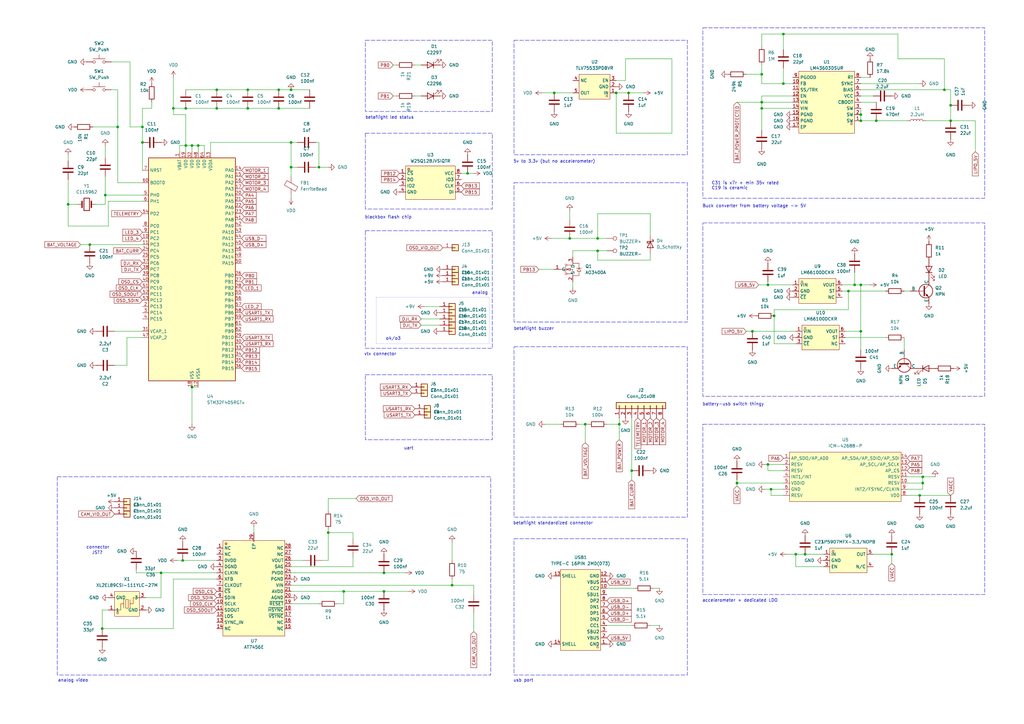
<source format=kicad_sch>
(kicad_sch (version 20250114) (generator "eeschema") (generator_version "9.0")
  (paper "A3")
  (rectangle (start 210.82 74.93) (end 281.94 132.08) (stroke (width 0) (type dash)))
  (rectangle (start 288.29 11.43) (end 403.86 81.28) (stroke (width 0) (type dash)))
  (rectangle (start 210.82 142.24) (end 281.94 212.09) (stroke (width 0) (type dash)))
  (rectangle (start 126.365 -93.98) (end 281.94 -19.05) (stroke (width 0) (type dash)))
  (rectangle (start 149.86 54.61) (end 201.93 85.725) (stroke (width 0) (type dash)))
  (rectangle (start 149.86 153.67) (end 201.93 180.34) (stroke (width 0) (type dash)))
  (rectangle (start 149.86 16.51) (end 201.93 45.72) (stroke (width 0) (type dash)))
  (rectangle (start 23.495 195.58) (end 201.295 276.86) (stroke (width 0) (type dash)))
  (rectangle (start 288.29 173.99) (end 403.86 243.84) (stroke (width 0) (type dash)))
  (rectangle (start 288.29 91.44) (end 403.86 162.56) (stroke (width 0) (type dash)))
  (rectangle (start 210.82 220.98) (end 281.94 276.86) (stroke (width 0) (type dash)))
  (rectangle (start 149.86 94.615) (end 201.93 142.875) (stroke (width 0) (type dash)))
  (rectangle (start 210.82 16.51) (end 281.94 63.5) (stroke (width 0) (type dash)))
  (rectangle (start 154.305 121.92) (end 200.66 140.97) (stroke (width 0) (type dot)))
  (rectangle (start 340.36 -57.15) (end 427.99 -9.525) (stroke (width 0) (type dash)))
  (rectangle (start 43.815 -59.69) (end 121.285 -19.05) (stroke (width 0) (type dash)))
  (text "usb port\n" (at 214.63 279.146 0) (effects (font (size 1.27 1.27))))
  (text "battery-usb switch thingy\n\n" (at 300.736 166.878 0) (effects (font (size 1.27 1.27))))
  (text "Buck converter from battery voltage -> 5V" (at 309.372 84.582 0) (effects (font (size 1.27 1.27))))
  (text "blackbox flash chip" (at 159.258 89.154 0) (effects (font (size 1.27 1.27))))
  (text "betaflight standardized connector" (at 226.822 214.63 0) (effects (font (size 1.27 1.27))))
  (text "analog" (at 196.85 120.142 0) (effects (font (size 1.27 1.27))))
  (text "idk atp" (at 347.98 -6.096 0) (effects (font (size 1.27 1.27))))
  (text "uart\n" (at 167.64 183.896 0) (effects (font (size 1.27 1.27))))
  (text "vtx connector" (at 155.956 145.288 0) (effects (font (size 1.27 1.27))))
  (text "connector\n" (at 40.132 224.536 0) (effects (font (size 1.27 1.27))))
  (text "beatflight led strip" (at 53.848 -16.256 0) (effects (font (size 1.27 1.27))))
  (text "analog video" (at 29.972 279.146 0) (effects (font (size 1.27 1.27))))
  (text "C31 is x7r + min 35v rated\nC19 is ceramic\n" (at 291.846 76.2 0) (effects (font (size 1.27 1.27)) (justify left)))
  (text "additional pads\n" (at 321.564 -62.738 0) (effects (font (size 1.27 1.27))))
  (text "JST? " (at 40.386 226.822 0) (effects (font (size 1.27 1.27))))
  (text "betaflight buzzer\n" (at 218.948 134.874 0) (effects (font (size 1.27 1.27))))
  (text "accelerometer + dedicated LDO\n" (at 303.53 246.38 0) (effects (font (size 1.27 1.27))))
  (text "betaflight led status\n" (at 159.766 48.26 0) (effects (font (size 1.27 1.27))))
  (text "5v to 3.3v (but no accelerometer)" (at 227.33 66.294 0) (effects (font (size 1.27 1.27))))
  (text "vbat to 9v (dji o3 maybe other stuff??)" (at 145.288 -15.24 0) (effects (font (size 1.27 1.27))))
  (text "o4/o3" (at 161.29 138.938 0) (effects (font (size 1.27 1.27))))
  (junction (at 247.65 -48.26))
  (junction (at 314.96 116.84))
  (junction (at 41.91 257.81))
  (junction (at 76.2 44.45))
  (junction (at 66.04 234.95))
  (junction (at 308.61 135.89))
  (junction (at 140.97 242.57))
  (junction (at 114.3 44.45))
  (junction (at 326.39 227.33))
  (junction (at 353.06 49.53))
  (junction (at 48.26 52.07))
  (junction (at 210.82 -44.45))
  (junction (at 314.96 190.5))
  (junction (at 245.11 -54.61))
  (junction (at 347.98 119.38))
  (junction (at 58.42 52.07))
  (junction (at 353.06 135.89))
  (junction (at 312.42 30.48))
  (junction (at 119.38 36.83))
  (junction (at 88.9 36.83))
  (junction (at 170.18 -46.99))
  (junction (at 43.18 80.01))
  (junction (at 252.73 38.1))
  (junction (at 179.07 -77.47))
  (junction (at 389.89 49.53))
  (junction (at 27.94 83.82))
  (junction (at 88.9 44.45))
  (junction (at 78.74 158.75))
  (junction (at 36.83 100.33))
  (junction (at 81.28 59.69))
  (junction (at 114.3 36.83))
  (junction (at 330.2 227.33))
  (junction (at 353.06 116.84))
  (junction (at 389.89 43.18))
  (junction (at 217.17 -41.91))
  (junction (at 157.48 234.95))
  (junction (at 245.11 97.79))
  (junction (at 365.76 227.33))
  (junction (at 353.06 46.99))
  (junction (at 170.18 -49.53))
  (junction (at 170.18 -60.96))
  (junction (at 259.08 193.04))
  (junction (at 317.5 129.54))
  (junction (at 378.46 195.58))
  (junction (at 312.42 41.91))
  (junction (at 387.35 36.83))
  (junction (at 119.38 68.58))
  (junction (at 58.42 58.42))
  (junction (at 302.26 198.12))
  (junction (at 321.31 34.29))
  (junction (at 350.52 116.84))
  (junction (at 179.07 -57.15))
  (junction (at 101.6 36.83))
  (junction (at 119.38 58.42))
  (junction (at 240.03 173.99))
  (junction (at 316.23 200.66))
  (junction (at 71.12 44.45))
  (junction (at 130.81 68.58))
  (junction (at 227.33 38.1))
  (junction (at 254 173.99))
  (junction (at 388.62 -33.02))
  (junction (at 377.19 203.2))
  (junction (at 134.62 218.44))
  (junction (at 378.46 198.12))
  (junction (at 233.68 97.79))
  (junction (at 74.93 229.87))
  (junction (at 245.11 102.87))
  (junction (at 359.41 49.53))
  (junction (at 210.82 -41.91))
  (junction (at 257.81 38.1))
  (junction (at 185.42 240.03))
  (junction (at 321.31 13.97))
  (junction (at 312.42 44.45))
  (junction (at 76.2 59.69))
  (junction (at 247.65 -41.91))
  (junction (at 101.6 44.45))
  (junction (at 157.48 242.57))
  (junction (at 191.77 71.12))
  (junction (at 78.74 59.69))
  (wire (pts (xy 52.07 138.43) (xy 52.07 149.86)))
  (wire (pts (xy 245.11 97.79) (xy 245.11 87.63)))
  (wire (pts (xy 365.76 231.14) (xy 365.76 227.33)))
  (wire (pts (xy 321.31 34.29) (xy 325.12 34.29)))
  (wire (pts (xy 170.18 -52.07) (xy 170.18 -49.53)))
  (wire (pts (xy 53.34 52.07) (xy 53.34 25.4)))
  (wire (pts (xy 160.02 -49.53) (xy 170.18 -49.53)))
  (wire (pts (xy 306.07 135.89) (xy 308.61 135.89)))
  (wire (pts (xy 119.38 247.65) (xy 130.81 247.65)))
  (wire (pts (xy 358.14 227.33) (xy 365.76 227.33)))
  (wire (pts (xy 38.1 52.07) (xy 48.26 52.07)))
  (wire (pts (xy 55.88 234.95) (xy 66.04 234.95)))
  (wire (pts (xy 247.65 -48.26) (xy 247.65 -41.91)))
  (wire (pts (xy 78.74 158.75) (xy 78.74 173.99)))
  (wire (pts (xy 194.31 71.12) (xy 191.77 71.12)))
  (wire (pts (xy 389.89 36.83) (xy 389.89 43.18)))
  (wire (pts (xy 314.96 116.84) (xy 325.12 116.84)))
  (wire (pts (xy 308.61 135.89) (xy 326.39 135.89)))
  (wire (pts (xy 353.06 46.99) (xy 353.06 49.53)))
  (wire (pts (xy 312.42 39.37) (xy 312.42 41.91)))
  (wire (pts (xy 252.73 54.61) (xy 252.73 38.1)))
  (wire (pts (xy 312.42 26.67) (xy 312.42 30.48)))
  (wire (pts (xy 302.26 198.12) (xy 302.26 199.39)))
  (wire (pts (xy 248.92 97.79) (xy 245.11 97.79)))
  (wire (pts (xy 210.82 -49.53) (xy 217.17 -49.53)))
  (wire (pts (xy 191.77 71.12) (xy 189.23 71.12)))
  (wire (pts (xy 387.35 24.13) (xy 368.3 24.13)))
  (wire (pts (xy 119.38 58.42) (xy 121.92 58.42)))
  (wire (pts (xy 130.81 58.42) (xy 129.54 58.42)))
  (wire (pts (xy 134.62 229.87) (xy 132.08 229.87)))
  (wire (pts (xy 312.42 44.45) (xy 325.12 44.45)))
  (wire (pts (xy 240.03 173.99) (xy 241.3 173.99)))
  (wire (pts (xy 350.52 111.76) (xy 350.52 116.84)))
  (wire (pts (xy 81.28 59.69) (xy 83.82 59.69)))
  (wire (pts (xy 217.17 -41.91) (xy 229.87 -41.91)))
  (wire (pts (xy 245.11 -54.61) (xy 247.65 -54.61)))
  (wire (pts (xy 58.42 74.93) (xy 48.26 74.93)))
  (wire (pts (xy 389.89 203.2) (xy 377.19 203.2)))
  (wire (pts (xy 179.07 -77.47) (xy 170.18 -77.47)))
  (wire (pts (xy 130.81 68.58) (xy 134.62 68.58)))
  (wire (pts (xy 76.2 46.99) (xy 71.12 46.99)))
  (wire (pts (xy 372.11 195.58) (xy 378.46 195.58)))
  (wire (pts (xy 312.42 41.91) (xy 325.12 41.91)))
  (wire (pts (xy 322.58 227.33) (xy 326.39 227.33)))
  (wire (pts (xy 252.73 38.1) (xy 257.81 38.1)))
  (wire (pts (xy 58.42 52.07) (xy 58.42 44.45)))
  (wire (pts (xy 377.19 203.2) (xy 372.11 203.2)))
  (wire (pts (xy 210.82 -59.69) (xy 214.63 -59.69)))
  (wire (pts (xy 317.5 127) (xy 317.5 129.54)))
  (wire (pts (xy 134.62 217.17) (xy 134.62 218.44)))
  (wire (pts (xy 58.42 58.42) (xy 58.42 52.07)))
  (wire (pts (xy 317.5 140.97) (xy 326.39 140.97)))
  (wire (pts (xy 210.82 -54.61) (xy 245.11 -54.61)))
  (wire (pts (xy 39.37 83.82) (xy 43.18 83.82)))
  (wire (pts (xy 368.3 24.13) (xy 368.3 13.97)))
  (wire (pts (xy 386.08 -33.02) (xy 388.62 -33.02)))
  (wire (pts (xy 234.95 -57.15) (xy 210.82 -57.15)))
  (wire (pts (xy 130.81 58.42) (xy 130.81 68.58)))
  (wire (pts (xy 317.5 129.54) (xy 317.5 140.97)))
  (wire (pts (xy 234.95 118.11) (xy 234.95 115.57)))
  (wire (pts (xy 179.07 -77.47) (xy 179.07 -71.12)))
  (wire (pts (xy 314.96 190.5) (xy 321.31 190.5)))
  (wire (pts (xy 353.06 135.89) (xy 346.71 135.89)))
  (wire (pts (xy 252.73 33.02) (xy 256.54 33.02)))
  (wire (pts (xy 140.97 242.57) (xy 140.97 247.65)))
  (wire (pts (xy 377.19 -33.02) (xy 378.46 -33.02)))
  (wire (pts (xy 314.96 115.57) (xy 314.96 116.84)))
  (wire (pts (xy 266.7 104.14) (xy 266.7 106.68)))
  (wire (pts (xy 389.89 49.53) (xy 379.73 49.53)))
  (wire (pts (xy 226.06 -77.47) (xy 179.07 -77.47)))
  (wire (pts (xy 170.18 -46.99) (xy 170.18 -49.53)))
  (wire (pts (xy 302.26 41.91) (xy 312.42 41.91)))
  (wire (pts (xy 43.18 64.77) (xy 43.18 59.69)))
  (wire (pts (xy 245.11 -67.31) (xy 226.06 -67.31)))
  (wire (pts (xy 248.92 241.3) (xy 260.35 241.3)))
  (wire (pts (xy 86.36 58.42) (xy 86.36 62.23)))
  (wire (pts (xy 256.54 24.13) (xy 275.59 24.13)))
  (wire (pts (xy 55.88 233.68) (xy 55.88 234.95)))
  (wire (pts (xy 326.39 232.41) (xy 326.39 227.33)))
  (wire (pts (xy 350.52 116.84) (xy 353.06 116.84)))
  (wire (pts (xy 227.33 38.1) (xy 234.95 38.1)))
  (wire (pts (xy 377.19 34.29) (xy 353.06 34.29)))
  (wire (pts (xy 312.42 34.29) (xy 321.31 34.29)))
  (wire (pts (xy 74.93 229.87) (xy 88.9 229.87)))
  (wire (pts (xy 119.38 36.83) (xy 127 36.83)))
  (wire (pts (xy 312.42 13.97) (xy 312.42 19.05)))
  (wire (pts (xy 66.04 234.95) (xy 88.9 234.95)))
  (wire (pts (xy 44.45 82.55) (xy 58.42 82.55)))
  (wire (pts (xy 311.15 116.84) (xy 314.96 116.84)))
  (wire (pts (xy 245.11 102.87) (xy 245.11 106.68)))
  (wire (pts (xy 245.11 87.63) (xy 266.7 87.63)))
  (wire (pts (xy 368.3 13.97) (xy 321.31 13.97)))
  (wire (pts (xy 248.92 256.54) (xy 259.08 256.54)))
  (wire (pts (xy 372.11 200.66) (xy 378.46 200.66)))
  (wire (pts (xy 353.06 39.37) (xy 358.14 39.37)))
  (wire (pts (xy 58.42 44.45) (xy 62.23 44.45)))
  (wire (pts (xy 378.46 198.12) (xy 372.11 198.12)))
  (wire (pts (xy 170.18 26.67) (xy 172.72 26.67)))
  (wire (pts (xy 43.18 80.01) (xy 58.42 80.01)))
  (wire (pts (xy 321.31 13.97) (xy 321.31 20.32)))
  (wire (pts (xy 73.66 59.69) (xy 76.2 59.69)))
  (wire (pts (xy 233.68 97.79) (xy 245.11 97.79)))
  (wire (pts (xy 259.08 196.85) (xy 259.08 193.04)))
  (wire (pts (xy 234.95 102.87) (xy 234.95 105.41)))
  (wire (pts (xy 124.46 229.87) (xy 119.38 229.87)))
  (wire (pts (xy 226.06 -67.31) (xy 226.06 -77.47)))
  (wire (pts (xy 58.42 138.43) (xy 52.07 138.43)))
  (wire (pts (xy 86.36 58.42) (xy 119.38 58.42)))
  (wire (pts (xy 101.6 36.83) (xy 114.3 36.83)))
  (wire (pts (xy 359.41 49.53) (xy 353.06 49.53)))
  (wire (pts (xy 88.9 36.83) (xy 101.6 36.83)))
  (wire (pts (xy 302.26 198.12) (xy 321.31 198.12)))
  (wire (pts (xy 259.08 193.04) (xy 259.08 171.45)))
  (wire (pts (xy 306.07 30.48) (xy 312.42 30.48)))
  (wire (pts (xy 387.35 36.83) (xy 389.89 36.83)))
  (wire (pts (xy 33.02 100.33) (xy 36.83 100.33)))
  (wire (pts (xy 217.17 -41.91) (xy 210.82 -41.91)))
  (wire (pts (xy 144.78 218.44) (xy 144.78 220.98)))
  (wire (pts (xy 313.69 190.5) (xy 314.96 190.5)))
  (wire (pts (xy 119.38 81.28) (xy 119.38 80.01)))
  (wire (pts (xy 353.06 36.83) (xy 387.35 36.83)))
  (wire (pts (xy 269.24 -41.91) (xy 247.65 -41.91)))
  (wire (pts (xy 157.48 242.57) (xy 167.64 242.57)))
  (wire (pts (xy 326.39 227.33) (xy 330.2 227.33)))
  (wire (pts (xy 76.2 59.69) (xy 78.74 59.69)))
  (wire (pts (xy 248.92 173.99) (xy 254 173.99)))
  (wire (pts (xy 166.37 234.95) (xy 157.48 234.95)))
  (wire (pts (xy 400.05 49.53) (xy 389.89 49.53)))
  (wire (pts (xy 312.42 34.29) (xy 312.42 30.48)))
  (wire (pts (xy 353.06 44.45) (xy 353.06 46.99)))
  (wire (pts (xy 247.65 -41.91) (xy 237.49 -41.91)))
  (wire (pts (xy 248.92 102.87) (xy 245.11 102.87)))
  (wire (pts (xy 321.31 193.04) (xy 314.96 193.04)))
  (wire (pts (xy 114.3 44.45) (xy 101.6 44.45)))
  (wire (pts (xy 52.07 149.86) (xy 46.99 149.86)))
  (wire (pts (xy 194.31 259.08) (xy 194.31 251.46)))
  (wire (pts (xy 182.88 -52.07) (xy 170.18 -52.07)))
  (wire (pts (xy 383.54 195.58) (xy 378.46 195.58)))
  (wire (pts (xy 223.52 173.99) (xy 229.87 173.99)))
  (wire (pts (xy 330.2 227.33) (xy 337.82 227.33)))
  (wire (pts (xy 345.44 116.84) (xy 350.52 116.84)))
  (wire (pts (xy 114.3 36.83) (xy 119.38 36.83)))
  (wire (pts (xy 48.26 52.07) (xy 48.26 74.93)))
  (wire (pts (xy 194.31 240.03) (xy 185.42 240.03)))
  (wire (pts (xy 353.06 143.51) (xy 353.06 135.89)))
  (wire (pts (xy 185.42 222.25) (xy 185.42 229.87)))
  (wire (pts (xy 81.28 59.69) (xy 81.28 62.23)))
  (wire (pts (xy 161.29 39.37) (xy 162.56 39.37)))
  (wire (pts (xy 210.82 -46.99) (xy 210.82 -44.45)))
  (wire (pts (xy 48.26 52.07) (xy 48.26 36.83)))
  (wire (pts (xy 43.18 83.82) (xy 43.18 80.01)))
  (wire (pts (xy 170.18 39.37) (xy 172.72 39.37)))
  (wire (pts (xy 378.46 195.58) (xy 378.46 198.12)))
  (wire (pts (xy 78.74 158.75) (xy 81.28 158.75)))
  (wire (pts (xy 170.18 -57.15) (xy 179.07 -57.15)))
  (wire (pts (xy 119.38 232.41) (xy 144.78 232.41)))
  (wire (pts (xy 179.07 -63.5) (xy 179.07 -57.15)))
  (wire (pts (xy 71.12 44.45) (xy 71.12 46.99)))
  (wire (pts (xy 170.18 -49.53) (xy 182.88 -49.53)))
  (wire (pts (xy 254 180.34) (xy 254 173.99)))
  (wire (pts (xy 172.72 130.81) (xy 180.34 130.81)))
  (wire (pts (xy 170.18 -57.15) (xy 170.18 -60.96)))
  (wire (pts (xy 43.18 72.39) (xy 43.18 80.01)))
  (wire (pts (xy 247.65 -54.61) (xy 247.65 -48.26)))
  (wire (pts (xy 72.39 229.87) (xy 74.93 229.87)))
  (wire (pts (xy 173.99 125.73) (xy 180.34 125.73)))
  (wire (pts (xy 179.07 -57.15) (xy 182.88 -57.15)))
  (wire (pts (xy 400.05 62.23) (xy 400.05 49.53)))
  (wire (pts (xy 267.97 241.3) (xy 270.51 241.3)))
  (wire (pts (xy 170.18 -46.99) (xy 182.88 -46.99)))
  (wire (pts (xy 130.81 68.58) (xy 129.54 68.58)))
  (wire (pts (xy 353.06 31.75) (xy 356.87 31.75)))
  (wire (pts (xy 222.25 38.1) (xy 227.33 38.1)))
  (wire (pts (xy 316.23 203.2) (xy 321.31 203.2)))
  (wire (pts (xy 44.45 250.19) (xy 41.91 250.19)))
  (wire (pts (xy 254 173.99) (xy 254 171.45)))
  (wire (pts (xy 240.03 173.99) (xy 240.03 181.61)))
  (wire (pts (xy 210.82 -44.45) (xy 210.82 -41.91)))
  (wire (pts (xy 119.38 58.42) (xy 119.38 68.58)))
  (wire (pts (xy 256.54 33.02) (xy 256.54 24.13)))
  (wire (pts (xy 134.62 218.44) (xy 134.62 229.87)))
  (wire (pts (xy 325.12 39.37) (xy 312.42 39.37)))
  (wire (pts (xy 71.12 257.81) (xy 71.12 237.49)))
  (wire (pts (xy 76.2 59.69) (xy 76.2 46.99)))
  (wire (pts (xy 134.62 204.47) (xy 134.62 209.55)))
  (wire (pts (xy 163.83 -60.96) (xy 170.18 -60.96)))
  (wire (pts (xy 44.45 92.71) (xy 44.45 82.55)))
  (wire (pts (xy 194.31 243.84) (xy 194.31 240.03)))
  (wire (pts (xy 27.94 73.66) (xy 27.94 83.82)))
  (wire (pts (xy 185.42 240.03) (xy 119.38 240.03)))
  (wire (pts (xy 210.82 -52.07) (xy 215.9 -52.07)))
  (wire (pts (xy 387.35 24.13) (xy 387.35 36.83)))
  (wire (pts (xy 119.38 68.58) (xy 121.92 68.58)))
  (wire (pts (xy 88.9 44.45) (xy 76.2 44.45)))
  (wire (pts (xy 220.98 110.49) (xy 227.33 110.49)))
  (wire (pts (xy 347.98 127) (xy 317.5 127)))
  (wire (pts (xy 27.94 92.71) (xy 44.45 92.71)))
  (wire (pts (xy 353.06 116.84) (xy 356.87 116.84)))
  (wire (pts (xy 266.7 106.68) (xy 245.11 106.68)))
  (wire (pts (xy 337.82 232.41) (xy 326.39 232.41)))
  (wire (pts (xy 36.83 100.33) (xy 58.42 100.33)))
  (wire (pts (xy 359.41 49.53) (xy 372.11 49.53)))
  (wire (pts (xy 73.66 59.69) (xy 73.66 62.23)))
  (wire (pts (xy 101.6 44.45) (xy 88.9 44.45)))
  (wire (pts (xy 245.11 102.87) (xy 234.95 102.87)))
  (wire (pts (xy 170.18 -77.47) (xy 170.18 -72.39)))
  (wire (pts (xy 58.42 69.85) (xy 58.42 58.42)))
  (wire (pts (xy 119.38 68.58) (xy 119.38 72.39)))
  (wire (pts (xy 389.89 43.18) (xy 389.89 49.53)))
  (wire (pts (xy 76.2 36.83) (xy 88.9 36.83)))
  (wire (pts (xy 314.96 193.04) (xy 314.96 190.5)))
  (wire (pts (xy 53.34 25.4) (xy 45.72 25.4)))
  (wire (pts (xy 140.97 242.57) (xy 157.48 242.57)))
  (wire (pts (xy 347.98 119.38) (xy 363.22 119.38)))
  (wire (pts (xy 373.38 119.38) (xy 370.84 119.38)))
  (wire (pts (xy 71.12 237.49) (xy 88.9 237.49)))
  (wire (pts (xy 316.23 200.66) (xy 316.23 203.2)))
  (wire (pts (xy 104.14 215.9) (xy 104.14 218.44)))
  (wire (pts (xy 226.06 97.79) (xy 233.68 97.79)))
  (wire (pts (xy 48.26 36.83) (xy 45.72 36.83)))
  (wire (pts (xy 71.12 44.45) (xy 76.2 44.45)))
  (wire (pts (xy 71.12 31.75) (xy 71.12 44.45)))
  (wire (pts (xy 275.59 54.61) (xy 252.73 54.61)))
  (wire (pts (xy 66.04 245.11) (xy 66.04 234.95)))
  (wire (pts (xy 170.18 -64.77) (xy 170.18 -60.96)))
  (wire (pts (xy 78.74 59.69) (xy 78.74 62.23)))
  (wire (pts (xy 58.42 52.07) (xy 53.34 52.07)))
  (wire (pts (xy 347.98 119.38) (xy 347.98 127)))
  (wire (pts (xy 237.49 173.99) (xy 240.03 173.99)))
  (wire (pts (xy 170.18 -38.1) (xy 170.18 -46.99)))
  (wire (pts (xy 119.38 242.57) (xy 140.97 242.57)))
  (wire (pts (xy 62.23 44.45) (xy 62.23 41.91)))
  (wire (pts (xy 59.69 245.11) (xy 66.04 245.11)))
  (wire (pts (xy 144.78 232.41) (xy 144.78 228.6)))
  (wire (pts (xy 27.94 83.82) (xy 27.94 92.71)))
  (wire (pts (xy 76.2 59.69) (xy 76.2 62.23)))
  (wire (pts (xy 266.7 87.63) (xy 266.7 96.52)))
  (wire (pts (xy 146.05 204.47) (xy 134.62 204.47)))
  (wire (pts (xy 312.42 44.45) (xy 312.42 41.91)))
  (wire (pts (xy 353.06 116.84) (xy 353.06 135.89)))
  (wire (pts (xy 83.82 59.69) (xy 83.82 62.23)))
  (wire (pts (xy 321.31 13.97) (xy 312.42 13.97)))
  (wire (pts (xy 114.3 44.45) (xy 127 44.45)))
  (wire (pts (xy 370.84 138.43) (xy 370.84 143.51)))
  (wire (pts (xy 312.42 53.34) (xy 312.42 44.45)))
  (wire (pts (xy 41.91 250.19) (xy 41.91 257.81)))
  (wire (pts (xy 41.91 257.81) (xy 71.12 257.81)))
  (wire (pts (xy 46.99 135.89) (xy 58.42 135.89)))
  (wire (pts (xy 78.74 59.69) (xy 81.28 59.69)))
  (wire (pts (xy 345.44 119.38) (xy 347.98 119.38)))
  (wire (pts (xy 134.62 218.44) (xy 144.78 218.44)))
  (wire (pts (xy 266.7 256.54) (xy 270.51 256.54)))
  (wire (pts (xy 185.42 237.49) (xy 185.42 240.03)))
  (wire (pts (xy 316.23 200.66) (xy 321.31 200.66)))
  (wire (pts (xy 140.97 247.65) (xy 138.43 247.65)))
  (wire (pts (xy 119.38 234.95) (xy 157.48 234.95)))
  (wire (pts (xy 321.31 27.94) (xy 321.31 34.29)))
  (wire (pts (xy 396.24 -33.02) (xy 388.62 -33.02)))
  (wire (pts (xy 245.11 -67.31) (xy 245.11 -54.61)))
  (wire (pts (xy 257.81 38.1) (xy 264.16 38.1)))
  (wire (pts (xy 302.26 196.85) (xy 302.26 198.12)))
  (wire (pts (xy 313.69 200.66) (xy 316.23 200.66)))
  (wire (pts (xy 161.29 26.67) (xy 162.56 26.67)))
  (wire (pts (xy 31.75 83.82) (xy 27.94 83.82)))
  (wire (pts (xy 346.71 138.43) (xy 363.22 138.43)))
  (wire (pts (xy 172.72 133.35) (xy 180.34 133.35)))
  (wire (pts (xy 275.59 24.13) (xy 275.59 54.61)))
  (wire (pts (xy 378.46 200.66) (xy 378.46 198.12)))
  (wire (pts (xy 27.94 63.5) (xy 27.94 66.04)))
  (wire (pts (xy 353.06 41.91) (xy 359.41 41.91)))
  (wire (pts (xy 233.68 86.36) (xy 233.68 90.17)))
  (global_label "PA8" (shape input) (at 372.11 193.04 0) (property "Intersheetrefs" "${INTERSHEET_REFS}" (effects (hide yes))))
  (global_label "LED_4" (shape input) (at 58.42 97.79 180) (property "Intersheetrefs" "${INTERSHEET_REFS}" (effects (hide yes))))
  (global_label "OSD_CLK" (shape input) (at 58.42 118.11 180) (property "Intersheetrefs" "${INTERSHEET_REFS}" (effects (hide yes))))
  (global_label "USART3_RX" (shape input) (at 99.06 140.97 0) (property "Intersheetrefs" "${INTERSHEET_REFS}" (effects (hide yes))))
  (global_label "USART1_RX" (shape input) (at 99.06 130.81 0) (property "Intersheetrefs" "${INTERSHEET_REFS}" (effects (hide yes))))
  (global_label "DJI_RX" (shape input) (at 172.72 130.81 180) (property "Intersheetrefs" "${INTERSHEET_REFS}" (effects (hide yes))))
  (global_label "PB13" (shape input) (at 220.98 110.49 180) (property "Intersheetrefs" "${INTERSHEET_REFS}" (effects (hide yes))))
  (global_label "PB12" (shape input) (at 163.83 71.12 180) (property "Intersheetrefs" "${INTERSHEET_REFS}" (effects (hide yes))))
  (global_label "LIPO_5V" (shape input) (at 306.07 135.89 180) (property "Intersheetrefs" "${INTERSHEET_REFS}" (effects (hide yes))))
  (global_label "PB14" (shape input) (at 163.83 73.66 180) (property "Intersheetrefs" "${INTERSHEET_REFS}" (effects (hide yes))))
  (global_label "PA7" (shape input) (at 372.11 187.96 0) (property "Intersheetrefs" "${INTERSHEET_REFS}" (effects (hide yes))))
  (global_label "USB_D-" (shape input) (at 248.92 254 0) (property "Intersheetrefs" "${INTERSHEET_REFS}" (effects (hide yes))))
  (global_label "BAT_POWER_PROTECTED" (shape input) (at 302.26 41.91 270) (property "Intersheetrefs" "${INTERSHEET_REFS}" (effects (hide yes))))
  (global_label "OSD_SDIN" (shape input) (at 88.9 245.11 180) (property "Intersheetrefs" "${INTERSHEET_REFS}" (effects (hide yes))))
  (global_label "BAT_POWER" (shape input) (at 254 180.34 270) (property "Intersheetrefs" "${INTERSHEET_REFS}" (effects (hide yes))))
  (global_label "USB_D+" (shape input) (at 99.06 100.33 0) (property "Intersheetrefs" "${INTERSHEET_REFS}" (effects (hide yes))))
  (global_label "CAM_VID_OUT" (shape input) (at 46.99 210.82 180) (property "Intersheetrefs" "${INTERSHEET_REFS}" (effects (hide yes))))
  (global_label "PB15" (shape input) (at 189.23 78.74 0) (property "Intersheetrefs" "${INTERSHEET_REFS}" (effects (hide yes))))
  (global_label "LED_2" (shape input) (at 97.79 -48.26 180) (property "Intersheetrefs" "${INTERSHEET_REFS}" (effects (hide yes))))
  (global_label "USB_D-" (shape input) (at 248.92 248.92 0) (property "Intersheetrefs" "${INTERSHEET_REFS}" (effects (hide yes))))
  (global_label "USB_D-" (shape input) (at 99.06 97.79 0) (property "Intersheetrefs" "${INTERSHEET_REFS}" (effects (hide yes))))
  (global_label "USB_5V" (shape input) (at 311.15 116.84 180) (property "Intersheetrefs" "${INTERSHEET_REFS}" (effects (hide yes))))
  (global_label "USART3_RX" (shape input) (at 168.91 158.75 180) (property "Intersheetrefs" "${INTERSHEET_REFS}" (effects (hide yes))))
  (global_label "VACC" (shape input) (at 302.26 199.39 270) (property "Intersheetrefs" "${INTERSHEET_REFS}" (effects (hide yes))))
  (global_label "LED_2" (shape input) (at 99.06 125.73 0) (property "Intersheetrefs" "${INTERSHEET_REFS}" (effects (hide yes))))
  (global_label "OSD_CS" (shape input) (at 88.9 242.57 180) (property "Intersheetrefs" "${INTERSHEET_REFS}" (effects (hide yes))))
  (global_label "USART1_RX" (shape input) (at 170.18 167.64 180) (property "Intersheetrefs" "${INTERSHEET_REFS}" (effects (hide yes))))
  (global_label "PA6" (shape input) (at 99.06 85.09 0) (property "Intersheetrefs" "${INTERSHEET_REFS}" (effects (hide yes))))
  (global_label "MOTOR_2" (shape input) (at 99.06 72.39 0) (property "Intersheetrefs" "${INTERSHEET_REFS}" (effects (hide yes))))
  (global_label "OSD_CS" (shape input) (at 58.42 115.57 180) (property "Intersheetrefs" "${INTERSHEET_REFS}" (effects (hide yes))))
  (global_label "PB14" (shape input) (at 99.06 148.59 0) (property "Intersheetrefs" "${INTERSHEET_REFS}" (effects (hide yes))))
  (global_label "DJI_RX" (shape input) (at 58.42 107.95 180) (property "Intersheetrefs" "${INTERSHEET_REFS}" (effects (hide yes))))
  (global_label "OSD_SDOUT" (shape input) (at 58.42 120.65 180) (property "Intersheetrefs" "${INTERSHEET_REFS}" (effects (hide yes))))
  (global_label "MOTOR_1" (shape input) (at 264.16 171.45 270) (property "Intersheetrefs" "${INTERSHEET_REFS}" (effects (hide yes))))
  (global_label "PA5" (shape input) (at 372.11 190.5 0) (property "Intersheetrefs" "${INTERSHEET_REFS}" (effects (hide yes))))
  (global_label "LED_3" (shape input) (at 58.42 95.25 180) (property "Intersheetrefs" "${INTERSHEET_REFS}" (effects (hide yes))))
  (global_label "PB13" (shape input) (at 189.23 76.2 0) (property "Intersheetrefs" "${INTERSHEET_REFS}" (effects (hide yes))))
  (global_label "PA4" (shape input) (at 99.06 80.01 0) (property "Intersheetrefs" "${INTERSHEET_REFS}" (effects (hide yes))))
  (global_label "BAT_VOLTAGE" (shape input) (at 33.02 100.33 180) (property "Intersheetrefs" "${INTERSHEET_REFS}" (effects (hide yes))))
  (global_label "MOTOR_3" (shape input) (at 99.06 74.93 0) (property "Intersheetrefs" "${INTERSHEET_REFS}" (effects (hide yes))))
  (global_label "USB_5V" (shape input) (at 248.92 238.76 0) (property "Intersheetrefs" "${INTERSHEET_REFS}" (effects (hide yes))))
  (global_label "USB_5V" (shape input) (at 248.92 261.62 0) (property "Intersheetrefs" "${INTERSHEET_REFS}" (effects (hide yes))))
  (global_label "MOTOR_4" (shape input) (at 99.06 77.47 0) (property "Intersheetrefs" "${INTERSHEET_REFS}" (effects (hide yes))))
  (global_label "LIPO_5V" (shape input) (at 400.05 62.23 270) (property "Intersheetrefs" "${INTERSHEET_REFS}" (effects (hide yes))))
  (global_label "MOTOR_4" (shape input) (at 271.78 171.45 270) (property "Intersheetrefs" "${INTERSHEET_REFS}" (effects (hide yes))))
  (global_label "BAT_CURR" (shape input) (at 58.42 102.87 180) (property "Intersheetrefs" "${INTERSHEET_REFS}" (effects (hide yes))))
  (global_label "VACC" (shape input) (at 365.76 231.14 270) (property "Intersheetrefs" "${INTERSHEET_REFS}" (effects (hide yes))))
  (global_label "BAT_POWER_PROTECTED" (shape input) (at 396.24 -33.02 0) (property "Intersheetrefs" "${INTERSHEET_REFS}" (effects (hide yes))))
  (global_label "DJI_TX" (shape input) (at 172.72 133.35 180) (property "Intersheetrefs" "${INTERSHEET_REFS}" (effects (hide yes))))
  (global_label "USB_D+" (shape input) (at 248.92 246.38 0) (property "Intersheetrefs" "${INTERSHEET_REFS}" (effects (hide yes))))
  (global_label "PB1" (shape input) (at 161.29 39.37 180) (property "Intersheetrefs" "${INTERSHEET_REFS}" (effects (hide yes))))
  (global_label "BAT_VOLTAGE" (shape input) (at 240.03 181.61 270) (property "Intersheetrefs" "${INTERSHEET_REFS}" (effects (hide yes))))
  (global_label "OSD_VID_OUT" (shape input) (at 146.05 204.47 0) (property "Intersheetrefs" "${INTERSHEET_REFS}" (effects (hide yes))))
  (global_label "PB13" (shape input) (at 99.06 146.05 0) (property "Intersheetrefs" "${INTERSHEET_REFS}" (effects (hide yes))))
  (global_label "OSD_SDOUT" (shape input) (at 88.9 250.19 180) (property "Intersheetrefs" "${INTERSHEET_REFS}" (effects (hide yes))))
  (global_label "USART1_TX" (shape input) (at 99.06 128.27 0) (property "Intersheetrefs" "${INTERSHEET_REFS}" (effects (hide yes))))
  (global_label "BAT_POWER_PROTECTED" (shape input) (at 160.02 -49.53 180) (property "Intersheetrefs" "${INTERSHEET_REFS}" (effects (hide yes))))
  (global_label "TELEMETRY" (shape input) (at 261.62 171.45 270) (property "Intersheetrefs" "${INTERSHEET_REFS}" (effects (hide yes))))
  (global_label "PA8" (shape input) (at 99.06 90.17 0) (property "Intersheetrefs" "${INTERSHEET_REFS}" (effects (hide yes))))
  (global_label "LED_3" (shape input) (at 97.79 -27.94 180) (property "Intersheetrefs" "${INTERSHEET_REFS}" (effects (hide yes))))
  (global_label "PB1" (shape input) (at 99.06 115.57 0) (property "Intersheetrefs" "${INTERSHEET_REFS}" (effects (hide yes))))
  (global_label "PA6" (shape input) (at 321.31 187.96 180) (property "Intersheetrefs" "${INTERSHEET_REFS}" (effects (hide yes))))
  (global_label "MOTOR_2" (shape input) (at 266.7 171.45 270) (property "Intersheetrefs" "${INTERSHEET_REFS}" (effects (hide yes))))
  (global_label "PB15" (shape input) (at 99.06 151.13 0) (property "Intersheetrefs" "${INTERSHEET_REFS}" (effects (hide yes))))
  (global_label "LED_1" (shape input) (at 99.06 118.11 0) (property "Intersheetrefs" "${INTERSHEET_REFS}" (effects (hide yes))))
  (global_label "USART3_TX" (shape input) (at 99.06 138.43 0) (property "Intersheetrefs" "${INTERSHEET_REFS}" (effects (hide yes))))
  (global_label "TELEMETRY" (shape input) (at 58.42 87.63 180) (property "Intersheetrefs" "${INTERSHEET_REFS}" (effects (hide yes))))
  (global_label "MOTOR_3" (shape input) (at 269.24 171.45 270) (property "Intersheetrefs" "${INTERSHEET_REFS}" (effects (hide yes))))
  (global_label "USB_D+" (shape input) (at 248.92 251.46 0) (property "Intersheetrefs" "${INTERSHEET_REFS}" (effects (hide yes))))
  (global_label "LED_4" (shape input) (at 60.96 -29.21 180) (property "Intersheetrefs" "${INTERSHEET_REFS}" (effects (hide yes))))
  (global_label "PA7" (shape input) (at 99.06 87.63 0) (property "Intersheetrefs" "${INTERSHEET_REFS}" (effects (hide yes))))
  (global_label "DJI_TX" (shape input) (at 58.42 110.49 180) (property "Intersheetrefs" "${INTERSHEET_REFS}" (effects (hide yes))))
  (global_label "OSD_SDIN" (shape input) (at 58.42 123.19 180) (property "Intersheetrefs" "${INTERSHEET_REFS}" (effects (hide yes))))
  (global_label "CAM_VID_OUT" (shape input) (at 194.31 259.08 270) (property "Intersheetrefs" "${INTERSHEET_REFS}" (effects (hide yes))))
  (global_label "BAT_CURR" (shape input) (at 259.08 196.85 270) (property "Intersheetrefs" "${INTERSHEET_REFS}" (effects (hide yes))))
  (global_label "OSD_CLK" (shape input) (at 88.9 247.65 180) (property "Intersheetrefs" "${INTERSHEET_REFS}" (effects (hide yes))))
  (global_label "USART3_TX" (shape input) (at 168.91 161.29 180) (property "Intersheetrefs" "${INTERSHEET_REFS}" (effects (hide yes))))
  (global_label "PB0" (shape input) (at 161.29 26.67 180) (property "Intersheetrefs" "${INTERSHEET_REFS}" (effects (hide yes))))
  (global_label "MOTOR_1" (shape input) (at 99.06 69.85 0) (property "Intersheetrefs" "${INTERSHEET_REFS}" (effects (hide yes))))
  (global_label "VACC" (shape input) (at 389.89 203.2 90) (property "Intersheetrefs" "${INTERSHEET_REFS}" (effects (hide yes))))
  (global_label "BAT_POWER" (shape input) (at 377.19 -33.02 180) (property "Intersheetrefs" "${INTERSHEET_REFS}" (effects (hide yes))))
  (global_label "OSD_VID_OUT" (shape input) (at 181.61 101.6 180) (property "Intersheetrefs" "${INTERSHEET_REFS}" (effects (hide yes))))
  (global_label "PB0" (shape input) (at 99.06 113.03 0) (property "Intersheetrefs" "${INTERSHEET_REFS}" (effects (hide yes))))
  (global_label "LED_1" (shape input) (at 60.96 -48.26 180) (property "Intersheetrefs" "${INTERSHEET_REFS}" (effects (hide yes))))
  (global_label "PB12" (shape input) (at 99.06 143.51 0) (property "Intersheetrefs" "${INTERSHEET_REFS}" (effects (hide yes))))
  (global_label "PA5" (shape input) (at 99.06 82.55 0) (property "Intersheetrefs" "${INTERSHEET_REFS}" (effects (hide yes))))
  (global_label "USART1_TX" (shape input) (at 170.18 170.18 180) (property "Intersheetrefs" "${INTERSHEET_REFS}" (effects (hide yes))))
  (symbol (lib_id "power:GND") (at 313.69 200.66 270) (unit 1)
    (property "Reference" "#PWR047" (effects (hide yes)))
    (property "Value" "GND" (at 309.88 200.6599 90) (effects (justify right)))
    (property "Description" "Power symbol creates a global label with name \"GND\" , ground" (effects (hide yes)))
  )
  (symbol (lib_id "power:+5V") (at 381 99.06 0) (unit 1)
    (property "Reference" "#PWR085" (effects (hide yes)))
    (property "Value" "+5V" (at 381 93.98 0))
    (property "Description" "Power symbol creates a global label with name \"+5V\"" (effects (hide yes)))
  )
  (symbol (lib_id "power:GND") (at 233.68 86.36 180) (unit 1)
    (property "Reference" "#PWR029" (effects (hide yes)))
    (property "Value" "GND" (at 233.68 81.28 0))
    (property "Description" "Power symbol creates a global label with name \"GND\" , ground" (effects (hide yes)))
  )
  (symbol (lib_id "power:GND") (at 182.88 -41.91 270) (unit 1)
    (property "Reference" "#PWR0111" (effects (hide yes)))
    (property "Value" "GND" (at 179.07 -41.9101 90) (effects (justify right)))
    (property "Description" "Power symbol creates a global label with name \"GND\" , ground" (effects (hide yes)))
  )
  (symbol (lib_id "power:GND") (at 119.38 245.11 90) (unit 1)
    (property "Reference" "#PWR053" (effects (hide yes)))
    (property "Value" "GND" (at 123.19 245.1099 90) (effects (justify right)))
    (property "Description" "Power symbol creates a global label with name \"GND\" , ground" (effects (hide yes)))
  )
  (symbol (lib_id "Device:C") (at 127 40.64 0) (unit 1)
    (property "Reference" "C12" (at 123.19 30.734 0) (effects (justify left)))
    (property "Value" "100nf" (at 123.19 33.274 0) (effects (justify left)))
    (property "Footprint" "Capacitor_SMD:C_0402_1005Metric" (effects (hide yes)))
    (property "Description" "Unpolarized capacitor" (effects (hide yes)))
    (property "LCSC Part" "C1525" (effects (hide yes)))
  )
  (symbol (lib_id "Device:R") (at 214.63 -63.5 180) (unit 1)
    (property "Reference" "R22" (at 217.17 -64.7701 0) (effects (justify right)))
    (property "Value" "17.8k" (at 217.17 -62.2301 0) (effects (justify right)))
    (property "Footprint" "Resistor_SMD:R_0402_1005Metric" (effects (hide yes)))
    (property "Description" "Resistor" (effects (hide yes)))
    (property "LCSC Part" "C77605" (effects (hide yes)))
  )
  (symbol (lib_id "power:GND") (at 39.37 135.89 270) (unit 1)
    (property "Reference" "#PWR02" (effects (hide yes)))
    (property "Value" "GND" (at 35.56 135.8901 90) (effects (justify right)))
    (property "Description" "Power symbol creates a global label with name \"GND\" , ground" (effects (hide yes)))
  )
  (symbol (lib_id "Simulation_SPICE:NPN") (at 378.46 119.38 0) (unit 1)
    (property "Reference" "Q2" (at 383.54 118.1099 0) (effects (justify left)))
    (property "Value" "NPN" (at 383.54 120.6499 0) (effects (justify left)))
    (property "Footprint" "Package_TO_SOT_SMD:SOT-416" (effects (hide yes)))
    (property "Datasheet" "https://ngspice.sourceforge.io/docs/ngspice-html-manual/manual.xhtml#cha_BJTs" (effects (hide yes)))
    (property "Description" "Bipolar transistor symbol for simulation only, substrate tied to the emitter" (effects (hide yes)))
    (property "Sim.Device" "NPN" (effects (hide yes)))
    (property "Sim.Type" "GUMMELPOON" (effects (hide yes)))
    (property "Sim.Pins" "1=C 2=B 3=E" (effects (hide yes)))
    (property "LCSC Part" "C242260" (effects (hide yes)))
  )
  (symbol (lib_id "Connector_Generic:Conn_01x01") (at 185.42 135.89 0) (unit 1) (in_bom no)
    (property "Reference" "J18" (at 187.96 134.6199 0) (effects (justify left)))
    (property "Value" "Conn_01x01" (at 187.96 137.1599 0) (effects (justify left)))
    (property "Footprint" "footprint_lib:signal_pad" (effects (hide yes)))
    (property "Description" "Generic connector, single row, 01x01, script generated (kicad-library-utils/schlib/autogen/connector/)" (effects (hide yes)))
  )
  (symbol (lib_id "Device:C") (at 125.73 58.42 90) (unit 1)
    (property "Reference" "C8" (at 125.73 50.8 90))
    (property "Value" "1uf" (at 125.73 53.34 90))
    (property "Footprint" "Capacitor_SMD:C_0402_1005Metric" (effects (hide yes)))
    (property "Description" "Unpolarized capacitor" (effects (hide yes)))
    (property "LCSC Part" "C52923" (effects (hide yes)))
  )
  (symbol (lib_id "power:GND") (at 365.76 39.37 90) (unit 1)
    (property "Reference" "#PWR063" (effects (hide yes)))
    (property "Value" "GND" (at 369.57 39.3699 90) (effects (justify right)))
    (property "Description" "Power symbol creates a global label with name \"GND\" , ground" (effects (hide yes)))
  )
  (symbol (lib_id "Device:C") (at 377.19 207.01 0) (unit 1)
    (property "Reference" "C25" (at 381 205.7399 0) (effects (justify left)))
    (property "Value" "100nf" (at 381 208.2799 0) (effects (justify left)))
    (property "Footprint" "Capacitor_SMD:C_0402_1005Metric" (effects (hide yes)))
    (property "Description" "Unpolarized capacitor" (effects (hide yes)))
    (property "LCSC Part" "C1525" (effects (hide yes)))
  )
  (symbol (lib_id "Connector_Generic:Conn_01x01") (at 186.69 115.57 0) (unit 1) (in_bom no)
    (property "Reference" "J11" (at 189.23 114.2999 0) (effects (justify left)))
    (property "Value" "Conn_01x01" (at 189.23 116.8399 0) (effects (justify left)))
    (property "Footprint" "footprint_lib:signal_pad" (effects (hide yes)))
    (property "Description" "Generic connector, single row, 01x01, script generated (kicad-library-utils/schlib/autogen/connector/)" (effects (hide yes)))
  )
  (symbol (lib_id "power:GND") (at 36.83 107.95 0) (unit 1)
    (property "Reference" "#PWR040" (effects (hide yes)))
    (property "Value" "GND" (at 36.83 113.03 0))
    (property "Description" "Power symbol creates a global label with name \"GND\" , ground" (effects (hide yes)))
  )
  (symbol (lib_id "power:GND") (at 156.21 -60.96 270) (unit 1)
    (property "Reference" "#PWR0115" (effects (hide yes)))
    (property "Value" "GND" (at 149.86 -60.96 0))
    (property "Description" "Power symbol creates a global label with name \"GND\" , ground" (effects (hide yes)))
  )
  (symbol (lib_id "power:VDD") (at 72.39 229.87 90) (unit 1)
    (property "Reference" "#PWR058" (effects (hide yes)))
    (property "Value" "VDD" (at 68.58 229.8699 90) (effects (justify left)))
    (property "Description" "Power symbol creates a global label with name \"VDD\"" (effects (hide yes)))
  )
  (symbol (lib_id "power:GND") (at 325.12 49.53 270) (unit 1)
    (property "Reference" "#PWR034" (effects (hide yes)))
    (property "Value" "GND" (at 321.31 49.5299 90) (effects (justify right)))
    (property "Description" "Power symbol creates a global label with name \"GND\" , ground" (effects (hide yes)))
  )
  (symbol (lib_id "power:+9V") (at 323.85 -77.47 90) (unit 1)
    (property "Reference" "#PWR0103" (effects (hide yes)))
    (property "Value" "+9V" (at 320.04 -77.4701 90) (effects (justify left)))
    (property "Description" "Power symbol creates a global label with name \"+9V\"" (effects (hide yes)))
  )
  (symbol (lib_id "easyeda2kicad:AO3400A") (at 232.41 110.49 0) (unit 1)
    (property "Reference" "Q1" (at 240.03 109.2199 0) (effects (justify left)))
    (property "Value" "AO3400A" (at 240.03 111.7599 0) (effects (justify left)))
    (property "Footprint" "easyeda2kicad:SOT-23-3_L2.9-W1.3-P1.90-LS2.4-BR" (effects (hide yes)))
    (property "Datasheet" "https://lcsc.com/product-detail/MOSFET_AOS_AO3400A_AO3400A_C20917.html" (effects (hide yes)))
    (property "LCSC Part" "C20917" (effects (hide yes)))
  )
  (symbol (lib_id "power:+5V") (at 60.96 -26.67 90) (unit 1)
    (property "Reference" "#PWR096" (effects (hide yes)))
    (property "Value" "+5V" (at 57.15 -26.6701 90) (effects (justify left)))
    (property "Description" "Power symbol creates a global label with name \"+5V\"" (effects (hide yes)))
  )
  (symbol (lib_id "Device:R") (at 170.18 -68.58 0) (unit 1)
    (property "Reference" "R23" (at 172.72 -69.8501 0) (effects (justify left)))
    (property "Value" "1M" (at 172.72 -67.3101 0) (effects (justify left)))
    (property "Footprint" "Resistor_SMD:R_0402_1005Metric" (effects (hide yes)))
    (property "Description" "Resistor" (effects (hide yes)))
    (property "LCSC Part" "C26083" (effects (hide yes)))
  )
  (symbol (lib_id "Device:R") (at 134.62 213.36 0) (unit 1)
    (property "Reference" "R14" (at 138.684 211.582 0))
    (property "Value" "75" (at 138.684 214.122 0))
    (property "Footprint" "Resistor_SMD:R_0603_1608Metric" (effects (hide yes)))
    (property "Description" "Resistor" (effects (hide yes)))
    (property "LCSC Part" "C4275" (effects (hide yes)))
  )
  (symbol (lib_id "Simulation_SPICE:NPN") (at 370.84 148.59 270) (unit 1)
    (property "Reference" "Q3" (at 372.1101 153.67 0) (effects (justify left)))
    (property "Value" "NPN" (at 369.5701 153.67 0) (effects (justify left)))
    (property "Footprint" "Package_TO_SOT_SMD:SOT-416" (effects (hide yes)))
    (property "Datasheet" "https://ngspice.sourceforge.io/docs/ngspice-html-manual/manual.xhtml#cha_BJTs" (effects (hide yes)))
    (property "Description" "Bipolar transistor symbol for simulation only, substrate tied to the emitter" (effects (hide yes)))
    (property "Sim.Device" "NPN" (effects (hide yes)))
    (property "Sim.Type" "GUMMELPOON" (effects (hide yes)))
    (property "Sim.Pins" "1=C 2=B 3=E" (effects (hide yes)))
    (property "LCSC Part" "C242260" (effects (hide yes)))
  )
  (symbol (lib_id "Device:C") (at 389.89 207.01 0) (unit 1)
    (property "Reference" "C27" (at 393.7 205.7399 0) (effects (justify left)))
    (property "Value" "2.2uf" (at 393.7 208.2799 0) (effects (justify left)))
    (property "Footprint" "Capacitor_SMD:C_0402_1005Metric" (effects (hide yes)))
    (property "Description" "Unpolarized capacitor" (effects (hide yes)))
    (property "LCSC Part" "C12530" (effects (hide yes)))
  )
  (symbol (lib_id "Connector_Generic:Conn_01x01") (at 175.26 170.18 0) (unit 1) (in_bom no)
    (property "Reference" "J9" (at 177.8 168.9099 0) (effects (justify left)))
    (property "Value" "Conn_01x01" (at 177.8 171.4499 0) (effects (justify left)))
    (property "Footprint" "footprint_lib:signal_pad" (effects (hide yes)))
    (property "Description" "Generic connector, single row, 01x01, script generated (kicad-library-utils/schlib/autogen/connector/)" (effects (hide yes)))
  )
  (symbol (lib_id "power:GND") (at 157.48 227.33 180) (unit 1)
    (property "Reference" "#PWR060" (effects (hide yes)))
    (property "Value" "GND" (at 157.48 222.25 0))
    (property "Description" "Power symbol creates a global label with name \"GND\" , ground" (effects (hide yes)))
  )
  (symbol (lib_id "Connector_Generic:Conn_01x01") (at 173.99 161.29 0) (unit 1) (in_bom no)
    (property "Reference" "J7" (at 176.53 160.0199 0) (effects (justify left)))
    (property "Value" "Conn_01x01" (at 176.53 162.5599 0) (effects (justify left)))
    (property "Footprint" "footprint_lib:signal_pad" (effects (hide yes)))
    (property "Description" "Generic connector, single row, 01x01, script generated (kicad-library-utils/schlib/autogen/connector/)" (effects (hide yes)))
  )
  (symbol (lib_id "power:GND") (at 381 124.46 0) (unit 1)
    (property "Reference" "#PWR084" (effects (hide yes)))
    (property "Value" "GND" (at 381 129.54 0))
    (property "Description" "Power symbol creates a global label with name \"GND\" , ground" (effects (hide yes)))
  )
  (symbol (lib_id "power:GND") (at 41.91 265.43 0) (unit 1)
    (property "Reference" "#PWR071" (effects (hide yes)))
    (property "Value" "GND" (at 41.91 270.51 0))
    (property "Description" "Power symbol creates a global label with name \"GND\" , ground" (effects (hide yes)))
  )
  (symbol (lib_id "easyeda2kicad:LM66100DCKR") (at 335.28 119.38 0) (unit 1)
    (property "Reference" "U9" (at 335.28 109.22 0))
    (property "Value" "LM66100DCKR" (at 335.28 111.76 0))
    (property "Footprint" "easyeda2kicad:SC-70-6_L2.0-W1.3-P0.65-LS2.1-BL" (effects (hide yes)))
    (property "LCSC Part" "C2869734" (effects (hide yes)))
  )
  (symbol (lib_id "Device:C") (at 361.95 39.37 90) (unit 1)
    (property "Reference" "C20" (at 361.95 33.02 90))
    (property "Value" "2.2uF" (at 361.95 35.56 90))
    (property "Footprint" "Capacitor_SMD:C_0402_1005Metric" (effects (hide yes)))
    (property "Description" "Unpolarized capacitor" (effects (hide yes)))
    (property "LCSC Part" "C60078" (effects (hide yes)))
  )
  (symbol (lib_id "power:GND") (at 180.34 39.37 90) (unit 1)
    (property "Reference" "#PWR031" (effects (hide yes)))
    (property "Value" "GND" (at 184.15 39.3699 90) (effects (justify right)))
    (property "Description" "Power symbol creates a global label with name \"GND\" , ground" (effects (hide yes)))
  )
  (symbol (lib_id "Device:C") (at 125.73 68.58 90) (unit 1)
    (property "Reference" "C7" (at 125.73 60.96 90))
    (property "Value" "100nf" (at 125.73 63.5 90))
    (property "Footprint" "Capacitor_SMD:C_0402_1005Metric" (effects (hide yes)))
    (property "Description" "Unpolarized capacitor" (effects (hide yes)))
    (property "LCSC Part" "C1525" (effects (hide yes)))
  )
  (symbol (lib_id "power:GND") (at 55.88 226.06 270) (unit 1)
    (property "Reference" "#PWR072" (effects (hide yes)))
    (property "Value" "GND" (at 52.07 226.0599 90) (effects (justify right)))
    (property "Description" "Power symbol creates a global label with name \"GND\" , ground" (effects (hide yes)))
  )
  (symbol (lib_id "Device:C") (at 88.9 40.64 0) (unit 1)
    (property "Reference" "C4" (at 92.71 39.3699 0) (effects (justify left)))
    (property "Value" "100nf" (at 92.71 41.9099 0) (effects (justify left)))
    (property "Footprint" "Capacitor_SMD:C_0402_1005Metric" (effects (hide yes)))
    (property "Description" "Unpolarized capacitor" (effects (hide yes)))
    (property "LCSC Part" "C1525" (effects (hide yes)))
  )
  (symbol (lib_id "power:GND") (at 377.19 210.82 0) (unit 1)
    (property "Reference" "#PWR046" (effects (hide yes)))
    (property "Value" "GND" (at 377.19 215.9 0))
    (property "Description" "Power symbol creates a global label with name \"GND\" , ground" (effects (hide yes)))
  )
  (symbol (lib_id "easyeda2kicad:XL2EL89CSI-111YLC-27M") (at 52.07 247.65 0) (unit 1)
    (property "Reference" "X1" (at 52.07 237.49 0))
    (property "Value" "XL2EL89CSI-111YLC-27M" (at 52.07 240.03 0))
    (property "Footprint" "easyeda2kicad:CRYSTAL-SMD_4P-L3.2-W2.5-BL_SIT8008BI" (effects (hide yes)))
    (property "LCSC Part" "C5444552" (effects (hide yes)))
  )
  (symbol (lib_id "Device:C") (at 262.89 193.04 270) (unit 1)
    (property "Reference" "C22" (at 262.89 185.42 90))
    (property "Value" "100nf" (at 262.89 187.96 90))
    (property "Footprint" "Capacitor_SMD:C_0402_1005Metric" (effects (hide yes)))
    (property "Description" "Unpolarized capacitor" (effects (hide yes)))
    (property "LCSC Part" "C1525" (effects (hide yes)))
  )
  (symbol (lib_id "power:GND") (at 97.79 -30.48 270) (unit 1)
    (property "Reference" "#PWR0101" (effects (hide yes)))
    (property "Value" "GND" (at 93.98 -30.4801 90) (effects (justify right)))
    (property "Description" "Power symbol creates a global label with name \"GND\" , ground" (effects (hide yes)))
  )
  (symbol (lib_id "power:VDD") (at 222.25 38.1 90) (unit 1)
    (property "Reference" "#PWR019" (effects (hide yes)))
    (property "Value" "VDD" (at 218.44 38.0999 90) (effects (justify left)))
    (property "Description" "Power symbol creates a global label with name \"VDD\"" (effects (hide yes)))
  )
  (symbol (lib_id "Device:LED") (at 381 110.49 90) (unit 1)
    (property "Reference" "D2" (at 384.81 110.8074 90) (effects (justify right)))
    (property "Value" "LED" (at 384.81 113.3474 90) (effects (justify right)))
    (property "Footprint" "LED_SMD:LED_0603_1608Metric" (effects (hide yes)))
    (property "Description" "Light emitting diode" (effects (hide yes)))
    (property "Sim.Pins" "1=K 2=A" (effects (hide yes)))
    (property "LCSC Part" "C2286" (effects (hide yes)))
  )
  (symbol (lib_id "power:GND") (at 270.51 256.54 0) (unit 1)
    (property "Reference" "#PWR078" (effects (hide yes)))
    (property "Value" "GND" (at 270.51 261.62 0))
    (property "Description" "Power symbol creates a global label with name \"GND\" , ground" (effects (hide yes)))
  )
  (symbol (lib_id "Device:LED") (at 176.53 39.37 180) (unit 1)
    (property "Reference" "D3" (at 178.1175 31.75 0))
    (property "Value" "C2296" (at 178.1175 34.29 0))
    (property "Footprint" "easyeda2kicad:LED0805-R-RD" (effects (hide yes)))
    (property "Description" "Light emitting diode" (effects (hide yes)))
    (property "Sim.Pins" "1=K 2=A" (effects (hide yes)))
    (property "LCSC Part" "C2296" (effects (hide yes)))
  )
  (symbol (lib_id "Connector_Generic:Conn_01x01") (at 185.42 128.27 0) (unit 1) (in_bom no)
    (property "Reference" "J15" (at 187.96 126.9999 0) (effects (justify left)))
    (property "Value" "Conn_01x01" (at 187.96 129.5399 0) (effects (justify left)))
    (property "Footprint" "footprint_lib:signal_pad" (effects (hide yes)))
    (property "Description" "Generic connector, single row, 01x01, script generated (kicad-library-utils/schlib/autogen/connector/)" (effects (hide yes)))
  )
  (symbol (lib_id "Device:C") (at 233.68 93.98 0) (unit 1)
    (property "Reference" "C16" (at 237.49 92.7099 0) (effects (justify left)))
    (property "Value" "100nf" (at 237.49 95.2499 0) (effects (justify left)))
    (property "Footprint" "Capacitor_SMD:C_0402_1005Metric" (effects (hide yes)))
    (property "Description" "Unpolarized capacitor" (effects (hide yes)))
    (property "LCSC Part" "C1525" (effects (hide yes)))
  )
  (symbol (lib_id "Connector_Generic:Conn_01x01") (at 52.07 208.28 0) (unit 1) (in_bom no)
    (property "Reference" "J3" (at 54.61 207.0099 0) (effects (justify left)))
    (property "Value" "Conn_01x01" (at 54.61 209.5499 0) (effects (justify left)))
    (property "Footprint" "footprint_lib:signal_pad" (effects (hide yes)))
    (property "Description" "Generic connector, single row, 01x01, script generated (kicad-library-utils/schlib/autogen/connector/)" (effects (hide yes)))
  )
  (symbol (lib_id "Switch:SW_Push") (at 40.64 36.83 0) (unit 1)
    (property "Reference" "SW1" (at 40.64 29.21 0))
    (property "Value" "SW_Push" (at 40.64 31.75 0))
    (property "Footprint" "easyeda2kicad:SW-SMD_L3.9-W3.0-P4.45" (effects (hide yes)))
    (property "Description" "Push button switch, generic, two pins" (effects (hide yes)))
    (property "LCSC Part" "C720477" (effects (hide yes)))
  )
  (symbol (lib_id "Connector_Generic:Conn_01x01") (at 185.42 133.35 0) (unit 1) (in_bom no)
    (property "Reference" "J17" (at 187.96 132.0799 0) (effects (justify left)))
    (property "Value" "Conn_01x01" (at 187.96 134.6199 0) (effects (justify left)))
    (property "Footprint" "footprint_lib:signal_pad" (effects (hide yes)))
    (property "Description" "Generic connector, single row, 01x01, script generated (kicad-library-utils/schlib/autogen/connector/)" (effects (hide yes)))
  )
  (symbol (lib_id "power:GND") (at 337.82 229.87 270) (unit 1)
    (property "Reference" "#PWR042" (effects (hide yes)))
    (property "Value" "GND" (at 334.01 229.8699 90) (effects (justify right)))
    (property "Description" "Power symbol creates a global label with name \"GND\" , ground" (effects (hide yes)))
  )
  (symbol (lib_id "power:GND") (at 256.54 171.45 0) (unit 1)
    (property "Reference" "#PWR025" (effects (hide yes)))
    (property "Value" "GND" (at 256.54 176.53 0))
    (property "Description" "Power symbol creates a global label with name \"GND\" , ground" (effects (hide yes)))
  )
  (symbol (lib_id "Device:C") (at 321.31 24.13 180) (unit 1)
    (property "Reference" "C18" (at 325.12 22.8599 0) (effects (justify right)))
    (property "Value" "22pf" (at 325.12 25.3999 0) (effects (justify right)))
    (property "Footprint" "Capacitor_SMD:C_0402_1005Metric" (effects (hide yes)))
    (property "Description" "Unpolarized capacitor" (effects (hide yes)))
    (property "LCSC Part" "C1555" (effects (hide yes)))
  )
  (symbol (lib_id "power:GND") (at 180.34 135.89 270) (unit 1)
    (property "Reference" "#PWR091" (effects (hide yes)))
    (property "Value" "GND" (at 176.53 135.8899 90) (effects (justify right)))
    (property "Description" "Power symbol creates a global label with name \"GND\" , ground" (effects (hide yes)))
  )
  (symbol (lib_id "Device:C") (at 191.77 67.31 0) (unit 1)
    (property "Reference" "C15" (at 195.58 66.0399 0) (effects (justify left)))
    (property "Value" "100nf" (at 195.58 68.5799 0) (effects (justify left)))
    (property "Footprint" "Capacitor_SMD:C_0402_1005Metric" (effects (hide yes)))
    (property "Description" "Unpolarized capacitor" (effects (hide yes)))
    (property "LCSC Part" "C1525" (effects (hide yes)))
  )
  (symbol (lib_id "power:GND") (at 39.37 149.86 270) (unit 1)
    (property "Reference" "#PWR01" (effects (hide yes)))
    (property "Value" "GND" (at 35.56 149.8601 90) (effects (justify right)))
    (property "Description" "Power symbol creates a global label with name \"GND\" , ground" (effects (hide yes)))
  )
  (symbol (lib_id "power:+5V") (at 181.61 115.57 90) (unit 1)
    (property "Reference" "#PWR095" (effects (hide yes)))
    (property "Value" "+5V" (at 177.8 115.5699 90) (effects (justify left)))
    (property "Description" "Power symbol creates a global label with name \"+5V\"" (effects (hide yes)))
  )
  (symbol (lib_id "Connector_Generic:Conn_01x01") (at 328.93 -80.01 0) (unit 1) (in_bom no)
    (property "Reference" "J25" (at 331.47 -81.2801 0) (effects (justify left)))
    (property "Value" "Conn_01x01" (at 331.47 -78.7401 0) (effects (justify left)))
    (property "Footprint" "footprint_lib:signal_pad" (effects (hide yes)))
    (property "Description" "Generic connector, single row, 01x01, script generated (kicad-library-utils/schlib/autogen/connector/)" (effects (hide yes)))
  )
  (symbol (lib_id "power:GND") (at 119.38 237.49 90) (unit 1)
    (property "Reference" "#PWR055" (effects (hide yes)))
    (property "Value" "GND" (at 123.19 237.4899 90) (effects (justify right)))
    (property "Description" "Power symbol creates a global label with name \"GND\" , ground" (effects (hide yes)))
  )
  (symbol (lib_id "Connector_Generic:Conn_01x01") (at 175.26 167.64 0) (unit 1) (in_bom no)
    (property "Reference" "J8" (at 177.8 166.3699 0) (effects (justify left)))
    (property "Value" "Conn_01x01" (at 177.8 168.9099 0) (effects (justify left)))
    (property "Footprint" "footprint_lib:signal_pad" (effects (hide yes)))
    (property "Description" "Generic connector, single row, 01x01, script generated (kicad-library-utils/schlib/autogen/connector/)" (effects (hide yes)))
  )
  (symbol (lib_id "power:GND") (at 170.18 -30.48 0) (unit 1)
    (property "Reference" "#PWR0112" (effects (hide yes)))
    (property "Value" "GND" (at 170.18 -24.13 0))
    (property "Description" "Power symbol creates a global label with name \"GND\" , ground" (effects (hide yes)))
  )
  (symbol (lib_id "power:+9V") (at 173.99 125.73 90) (unit 1)
    (property "Reference" "#PWR038" (effects (hide yes)))
    (property "Value" "+9V" (at 170.18 125.7299 90) (effects (justify left)))
    (property "Description" "Power symbol creates a global label with name \"+9V\"" (effects (hide yes)))
  )
  (symbol (lib_id "Device:C") (at 251.46 -48.26 90) (unit 1)
    (property "Reference" "C47" (at 250.1899 -52.07 0) (effects (justify left)))
    (property "Value" "1uF" (at 252.7299 -52.07 0) (effects (justify left)))
    (property "Footprint" "Capacitor_SMD:C_0402_1005Metric" (effects (hide yes)))
    (property "Description" "Unpolarized capacitor" (effects (hide yes)))
    (property "LCSC Part" "C52923" (effects (hide yes)))
  )
  (symbol (lib_id "Connector_Generic:Conn_01x03") (at 66.04 -29.21 0) (unit 1) (in_bom no)
    (property "Reference" "J19" (at 68.58 -30.4801 0) (effects (justify left)))
    (property "Value" "Conn_01x03" (at 68.58 -27.9401 0) (effects (justify left)))
    (property "Footprint" "footprint_lib:led_ring" (effects (hide yes)))
    (property "Description" "Generic connector, single row, 01x03, script generated (kicad-library-utils/schlib/autogen/connector/)" (effects (hide yes)))
  )
  (symbol (lib_id "Connector_Generic:Conn_01x01") (at 185.42 130.81 0) (unit 1) (in_bom no)
    (property "Reference" "J16" (at 187.96 129.5399 0) (effects (justify left)))
    (property "Value" "Conn_01x01" (at 187.96 132.0799 0) (effects (justify left)))
    (property "Footprint" "footprint_lib:signal_pad" (effects (hide yes)))
    (property "Description" "Generic connector, single row, 01x01, script generated (kicad-library-utils/schlib/autogen/connector/)" (effects (hide yes)))
  )
  (symbol (lib_id "Device:R") (at 313.69 129.54 270) (unit 1)
    (property "Reference" "R3" (at 313.69 123.19 90))
    (property "Value" "10k" (at 313.69 125.73 90))
    (property "Footprint" "Resistor_SMD:R_0402_1005Metric" (effects (hide yes)))
    (property "Description" "Resistor" (effects (hide yes)))
    (property "LCSC Part" "C25744" (effects (hide yes)))
  )
  (symbol (lib_id "Device:C") (at 393.7 43.18 90) (unit 1)
    (property "Reference" "C37" (at 392.4299 39.37 0) (effects (justify left)))
    (property "Value" "1uF" (at 394.9699 39.37 0) (effects (justify left)))
    (property "Footprint" "Capacitor_SMD:C_0402_1005Metric" (effects (hide yes)))
    (property "Description" "Unpolarized capacitor" (effects (hide yes)))
    (property "LCSC Part" "C52923" (effects (hide yes)))
  )
  (symbol (lib_id "power:GND") (at 248.92 264.16 90) (unit 1)
    (property "Reference" "#PWR077" (effects (hide yes)))
    (property "Value" "GND" (at 252.73 264.1599 90) (effects (justify right)))
    (property "Description" "Power symbol creates a global label with name \"GND\" , ground" (effects (hide yes)))
  )
  (symbol (lib_id "power:GND") (at 234.95 -57.15 90) (unit 1)
    (property "Reference" "#PWR0108" (effects (hide yes)))
    (property "Value" "GND" (at 238.76 -57.1501 90) (effects (justify right)))
    (property "Description" "Power symbol creates a global label with name \"GND\" , ground" (effects (hide yes)))
  )
  (symbol (lib_id "easyeda2kicad:TLV75533PDBVR") (at 243.84 35.56 180) (unit 1)
    (property "Reference" "U2" (at 243.84 25.4 0))
    (property "Value" "TLV75533PDBVR" (at 243.84 27.94 0))
    (property "Footprint" "easyeda2kicad:SOT-23-5_L3.0-W1.7-P0.95-LS2.8-BR" (effects (hide yes)))
    (property "Datasheet" "https://lcsc.com/product-detail/Low-Dropout-Regulators-LDO_Texas-Instruments-TI-TLV75533PDBVR_C404027.html" (effects (hide yes)))
    (property "LCSC Part" "C404027" (effects (hide yes)))
  )
  (symbol (lib_id "Device:C") (at 365.76 223.52 0) (unit 1)
    (property "Reference" "C24" (at 369.57 222.2499 0) (effects (justify left)))
    (property "Value" "1uf" (at 369.57 224.7899 0) (effects (justify left)))
    (property "Footprint" "Capacitor_SMD:C_0805_2012Metric" (effects (hide yes)))
    (property "Description" "Unpolarized capacitor" (effects (hide yes)))
    (property "LCSC Part" "C91185" (effects (hide yes)))
  )
  (symbol (lib_id "easyeda2kicad:ICM-42688-P") (at 346.71 195.58 0) (unit 1)
    (property "Reference" "U5" (at 346.71 180.34 0))
    (property "Value" "ICM-42688-P" (at 346.71 182.88 0))
    (property "Footprint" "easyeda2kicad:LGA-14_L3.0-W2.5-P0.50-TL" (effects (hide yes)))
    (property "LCSC Part" "C1850418" (effects (hide yes)))
  )
  (symbol (lib_id "Device:C") (at 101.6 40.64 0) (unit 1)
    (property "Reference" "C5" (at 105.41 39.3699 0) (effects (justify left)))
    (property "Value" "100nf" (at 105.41 41.9099 0) (effects (justify left)))
    (property "Footprint" "Capacitor_SMD:C_0402_1005Metric" (effects (hide yes)))
    (property "Description" "Unpolarized capacitor" (effects (hide yes)))
    (property "LCSC Part" "C1525" (effects (hide yes)))
  )
  (symbol (lib_id "power:GND") (at 214.63 -67.31 180) (unit 1)
    (property "Reference" "#PWR0109" (effects (hide yes)))
    (property "Value" "GND" (at 214.63 -71.12 0))
    (property "Description" "Power symbol creates a global label with name \"GND\" , ground" (effects (hide yes)))
  )
  (symbol (lib_id "power:GND") (at 389.89 57.15 0) (unit 1)
    (property "Reference" "#PWR093" (effects (hide yes)))
    (property "Value" "GND" (at 389.89 63.5 0))
    (property "Description" "Power symbol creates a global label with name \"GND\" , ground" (effects (hide yes)))
  )
  (symbol (lib_id "power:GND") (at 325.12 119.38 270) (unit 1)
    (property "Reference" "#PWR014" (effects (hide yes)))
    (property "Value" "GND" (at 321.31 119.3799 90) (effects (justify right)))
    (property "Description" "Power symbol creates a global label with name \"GND\" , ground" (effects (hide yes)))
  )
  (symbol (lib_id "Device:C") (at 114.3 40.64 0) (unit 1)
    (property "Reference" "C6" (at 118.11 39.3699 0) (effects (justify left)))
    (property "Value" "100nf" (at 118.11 41.9099 0) (effects (justify left)))
    (property "Footprint" "Capacitor_SMD:C_0402_1005Metric" (effects (hide yes)))
    (property "Description" "Unpolarized capacitor" (effects (hide yes)))
    (property "LCSC Part" "C1525" (effects (hide yes)))
  )
  (symbol (lib_id "power:GND") (at 234.95 118.11 0) (unit 1)
    (property "Reference" "#PWR024" (effects (hide yes)))
    (property "Value" "GND" (at 234.95 123.19 0))
    (property "Description" "Power symbol creates a global label with name \"GND\" , ground" (effects (hide yes)))
  )
  (symbol (lib_id "power:GND") (at 397.51 43.18 90) (unit 1)
    (property "Reference" "#PWR0118" (effects (hide yes)))
    (property "Value" "GND" (at 403.86 43.18 0))
    (property "Description" "Power symbol creates a global label with name \"GND\" , ground" (effects (hide yes)))
  )
  (symbol (lib_id "power:+5V") (at 322.58 227.33 90) (unit 1)
    (property "Reference" "#PWR043" (effects (hide yes)))
    (property "Value" "+5V" (at 318.77 227.3299 90) (effects (justify left)))
    (property "Description" "Power symbol creates a global label with name \"+5V\"" (effects (hide yes)))
  )
  (symbol (lib_id "power:GND") (at 35.56 25.4 270) (unit 1)
    (property "Reference" "#PWR012" (effects (hide yes)))
    (property "Value" "GND" (at 31.75 25.3999 90) (effects (justify right)))
    (property "Description" "Power symbol creates a global label with name \"GND\" , ground" (effects (hide yes)))
  )
  (symbol (lib_id "power:GND") (at 185.42 222.25 180) (unit 1)
    (property "Reference" "#PWR068" (effects (hide yes)))
    (property "Value" "GND" (at 185.42 217.17 0))
    (property "Description" "Power symbol creates a global label with name \"GND\" , ground" (effects (hide yes)))
  )
  (symbol (lib_id "power:GND") (at 59.69 250.19 90) (unit 1)
    (property "Reference" "#PWR069" (effects (hide yes)))
    (property "Value" "GND" (at 63.5 250.1899 90) (effects (justify right)))
    (property "Description" "Power symbol creates a global label with name \"GND\" , ground" (effects (hide yes)))
  )
  (symbol (lib_id "Connector_Generic:Conn_01x01") (at 185.42 125.73 0) (unit 1) (in_bom no)
    (property "Reference" "J5" (at 187.96 124.4599 0) (effects (justify left)))
    (property "Value" "Conn_01x01" (at 187.96 126.9999 0) (effects (justify left)))
    (property "Footprint" "footprint_lib:signal_pad" (effects (hide yes)))
    (property "Description" "Generic connector, single row, 01x01, script generated (kicad-library-utils/schlib/autogen/connector/)" (effects (hide yes)))
  )
  (symbol (lib_id "power:GND") (at 270.51 241.3 0) (unit 1)
    (property "Reference" "#PWR079" (effects (hide yes)))
    (property "Value" "GND" (at 270.51 246.38 0))
    (property "Description" "Power symbol creates a global label with name \"GND\" , ground" (effects (hide yes)))
  )
  (symbol (lib_id "Device:C") (at 330.2 223.52 0) (unit 1)
    (property "Reference" "C23" (at 334.01 222.2499 0) (effects (justify left)))
    (property "Value" "1uf" (at 334.01 224.7899 0) (effects (justify left)))
    (property "Footprint" "Capacitor_SMD:C_0805_2012Metric" (effects (hide yes)))
    (property "Description" "Unpolarized capacitor" (effects (hide yes)))
    (property "LCSC Part" "C91185" (effects (hide yes)))
  )
  (symbol (lib_id "Device:FerriteBead") (at 119.38 76.2 180) (unit 1)
    (property "Reference" "FB1" (at 123.19 74.9807 0) (effects (justify right)))
    (property "Value" "FerriteBead" (at 123.19 77.5207 0) (effects (justify right)))
    (property "Footprint" "Inductor_SMD:L_0603_1608Metric" (effects (hide yes)))
    (property "Description" "Ferrite bead" (effects (hide yes)))
    (property "LCSC Part" "C1002" (effects (hide yes)))
  )
  (symbol (lib_id "power:GND") (at 313.69 190.5 270) (unit 1)
    (property "Reference" "#PWR048" (effects (hide yes)))
    (property "Value" "GND" (at 309.88 190.4999 90) (effects (justify right)))
    (property "Description" "Power symbol creates a global label with name \"GND\" , ground" (effects (hide yes)))
  )
  (symbol (lib_id "power:GND") (at 314.96 107.95 180) (unit 1)
    (property "Reference" "#PWR080" (effects (hide yes)))
    (property "Value" "GND" (at 314.96 102.87 0))
    (property "Description" "Power symbol creates a global label with name \"GND\" , ground" (effects (hide yes)))
  )
  (symbol (lib_id "Connector_Generic:Conn_01x01") (at 186.69 101.6 0) (unit 1) (in_bom no)
    (property "Reference" "J13" (at 189.23 100.3299 0) (effects (justify left)))
    (property "Value" "Conn_01x01" (at 189.23 102.8699 0) (effects (justify left)))
    (property "Footprint" "footprint_lib:signal_pad" (effects (hide yes)))
    (property "Description" "Generic connector, single row, 01x01, script generated (kicad-library-utils/schlib/autogen/connector/)" (effects (hide yes)))
  )
  (symbol (lib_id "power:GND") (at 27.94 63.5 180) (unit 1)
    (property "Reference" "#PWR07" (effects (hide yes)))
    (property "Value" "GND" (at 27.94 58.42 0))
    (property "Description" "Power symbol creates a global label with name \"GND\" , ground" (effects (hide yes)))
  )
  (symbol (lib_id "power:GND") (at 365.76 219.71 180) (unit 1)
    (property "Reference" "#PWR045" (effects (hide yes)))
    (property "Value" "GND" (at 365.76 214.63 0))
    (property "Description" "Power symbol creates a global label with name \"GND\" , ground" (effects (hide yes)))
  )
  (symbol (lib_id "Device:C") (at 74.93 226.06 0) (unit 1)
    (property "Reference" "C28" (at 78.74 224.7899 0) (effects (justify left)))
    (property "Value" "100nf" (at 78.74 227.3299 0) (effects (justify left)))
    (property "Footprint" "Capacitor_SMD:C_0402_1005Metric" (effects (hide yes)))
    (property "Description" "Unpolarized capacitor" (effects (hide yes)))
    (property "LCSC Part" "C1525" (effects (hide yes)))
  )
  (symbol (lib_id "power:GND") (at 298.45 30.48 270) (unit 1)
    (property "Reference" "#PWR013" (effects (hide yes)))
    (property "Value" "GND" (at 292.1 30.48 0))
    (property "Description" "Power symbol creates a global label with name \"GND\" , ground" (effects (hide yes)))
  )
  (symbol (lib_id "power:GND") (at 182.88 -39.37 270) (unit 1)
    (property "Reference" "#PWR0113" (effects (hide yes)))
    (property "Value" "GND" (at 179.07 -39.3701 90) (effects (justify right)))
    (property "Description" "Power symbol creates a global label with name \"GND\" , ground" (effects (hide yes)))
  )
  (symbol (lib_id "Device:C") (at 76.2 40.64 0) (unit 1)
    (property "Reference" "C1" (at 80.01 39.3699 0) (effects (justify left)))
    (property "Value" "100nf" (at 80.01 41.9099 0) (effects (justify left)))
    (property "Footprint" "Capacitor_SMD:C_0402_1005Metric" (effects (hide yes)))
    (property "Description" "Unpolarized capacitor" (effects (hide yes)))
    (property "LCSC Part" "C1525" (effects (hide yes)))
  )
  (symbol (lib_id "Device:C") (at 170.18 -34.29 0) (unit 1)
    (property "Reference" "C50" (at 173.99 -35.5601 0) (effects (justify left)))
    (property "Value" "22uf" (at 173.99 -33.0201 0) (effects (justify left)))
    (property "Footprint" "Capacitor_SMD:C_1206_3216Metric" (effects (hide yes)))
    (property "Description" "Unpolarized capacitor" (effects (hide yes)))
    (property "LCSC Part" "C342620" (effects (hide yes)))
  )
  (symbol (lib_id "Device:C") (at 157.48 231.14 0) (unit 1)
    (property "Reference" "C29" (at 161.29 229.8699 0) (effects (justify left)))
    (property "Value" "100nf" (at 161.29 232.4099 0) (effects (justify left)))
    (property "Footprint" "Capacitor_SMD:C_0402_1005Metric" (effects (hide yes)))
    (property "Description" "Unpolarized capacitor" (effects (hide yes)))
    (property "LCSC Part" "C1525" (effects (hide yes)))
  )
  (symbol (lib_id "power:+5V") (at 46.99 205.74 90) (unit 1)
    (property "Reference" "#PWR066" (effects (hide yes)))
    (property "Value" "+5V" (at 45.72 203.2 90))
    (property "Description" "Power symbol creates a global label with name \"+5V\"" (effects (hide yes)))
  )
  (symbol (lib_id "Device:C") (at 350.52 107.95 180) (unit 1)
    (property "Reference" "C38" (at 343.154 108.712 0) (effects (justify right)))
    (property "Value" "100nf" (at 343.154 111.252 0) (effects (justify right)))
    (property "Footprint" "Capacitor_SMD:C_0402_1005Metric" (effects (hide yes)))
    (property "Description" "Unpolarized capacitor" (effects (hide yes)))
    (property "LCSC Part" "C1525" (effects (hide yes)))
  )
  (symbol (lib_id "power:+5V") (at 391.16 151.13 270) (unit 1)
    (property "Reference" "#PWR087" (effects (hide yes)))
    (property "Value" "+5V" (at 396.24 151.13 0))
    (property "Description" "Power symbol creates a global label with name \"+5V\"" (effects (hide yes)))
  )
  (symbol (lib_id "power:+5V") (at 60.96 -45.72 90) (unit 1)
    (property "Reference" "#PWR098" (effects (hide yes)))
    (property "Value" "+5V" (at 57.15 -45.7201 90) (effects (justify left)))
    (property "Description" "Power symbol creates a global label with name \"+5V\"" (effects (hide yes)))
  )
  (symbol (lib_id "power:GND") (at 88.9 232.41 270) (unit 1)
    (property "Reference" "#PWR056" (effects (hide yes)))
    (property "Value" "GND" (at 85.09 232.4099 90) (effects (justify right)))
    (property "Description" "Power symbol creates a global label with name \"GND\" , ground" (effects (hide yes)))
  )
  (symbol (lib_id "Connector_Generic:Conn_01x03") (at 102.87 -27.94 0) (unit 1) (in_bom no)
    (property "Reference" "J22" (at 105.41 -29.2101 0) (effects (justify left)))
    (property "Value" "Conn_01x03" (at 105.41 -26.6701 0) (effects (justify left)))
    (property "Footprint" "footprint_lib:led_ring" (effects (hide yes)))
    (property "Description" "Generic connector, single row, 01x03, script generated (kicad-library-utils/schlib/autogen/connector/)" (effects (hide yes)))
  )
  (symbol (lib_id "Device:C") (at 217.17 -45.72 0) (unit 1)
    (property "Reference" "C44" (at 220.98 -46.9901 0) (effects (justify left)))
    (property "Value" "470nf" (at 220.98 -44.4501 0) (effects (justify left)))
    (property "Footprint" "Capacitor_SMD:C_0603_1608Metric" (effects (hide yes)))
    (property "Description" "Unpolarized capacitor" (effects (hide yes)))
    (property "LCSC Part" "C1623" (effects (hide yes)))
  )
  (symbol (lib_id "Device:R") (at 166.37 26.67 270) (unit 1)
    (property "Reference" "R21" (at 167.6401 29.21 0) (effects (justify left)))
    (property "Value" "1k" (at 165.1001 29.21 0) (effects (justify left)))
    (property "Footprint" "Resistor_SMD:R_0402_1005Metric" (effects (hide yes)))
    (property "Description" "Resistor" (effects (hide yes)))
    (property "LCSC Part" "C11702" (effects (hide yes)))
  )
  (symbol (lib_id "power:GND") (at 388.62 -25.4 0) (unit 1)
    (property "Reference" "#PWR050" (effects (hide yes)))
    (property "Value" "GND" (at 388.62 -20.32 0))
    (property "Description" "Power symbol creates a global label with name \"GND\" , ground" (effects (hide yes)))
  )
  (symbol (lib_id "Connector_Generic:Conn_01x01") (at 52.07 210.82 0) (unit 1) (in_bom no)
    (property "Reference" "J1" (at 54.61 209.5499 0) (effects (justify left)))
    (property "Value" "Conn_01x01" (at 54.61 212.0899 0) (effects (justify left)))
    (property "Footprint" "footprint_lib:signal_pad" (effects (hide yes)))
    (property "Description" "Generic connector, single row, 01x01, script generated (kicad-library-utils/schlib/autogen/connector/)" (effects (hide yes)))
  )
  (symbol (lib_id "Device:C") (at 227.33 41.91 0) (unit 1)
    (property "Reference" "C13" (at 231.14 40.6399 0) (effects (justify left)))
    (property "Value" "1uf" (at 231.14 43.1799 0) (effects (justify left)))
    (property "Footprint" "Capacitor_SMD:C_0805_2012Metric" (effects (hide yes)))
    (property "Description" "Unpolarized capacitor" (effects (hide yes)))
    (property "LCSC Part" "C91185" (effects (hide yes)))
  )
  (symbol (lib_id "power:GND") (at 180.34 26.67 90) (unit 1)
    (property "Reference" "#PWR030" (effects (hide yes)))
    (property "Value" "GND" (at 184.15 26.6699 90) (effects (justify right)))
    (property "Description" "Power symbol creates a global label with name \"GND\" , ground" (effects (hide yes)))
  )
  (symbol (lib_id "power:GND") (at 248.92 236.22 90) (unit 1)
    (property "Reference" "#PWR076" (effects (hide yes)))
    (property "Value" "GND" (at 252.73 236.2199 90) (effects (justify right)))
    (property "Description" "Power symbol creates a global label with name \"GND\" , ground" (effects (hide yes)))
  )
  (symbol (lib_id "Device:C") (at 179.07 -67.31 180) (unit 1)
    (property "Reference" "C48" (at 182.88 -68.5801 0) (effects (justify right)))
    (property "Value" "22pf" (at 182.88 -66.0401 0) (effects (justify right)))
    (property "Footprint" "Capacitor_SMD:C_0402_1005Metric" (effects (hide yes)))
    (property "Description" "Unpolarized capacitor" (effects (hide yes)))
    (property "LCSC Part" "C1555" (effects (hide yes)))
  )
  (symbol (lib_id "Connector_Generic:Conn_01x03") (at 102.87 -48.26 0) (unit 1) (in_bom no)
    (property "Reference" "J21" (at 105.41 -49.5301 0) (effects (justify left)))
    (property "Value" "Conn_01x03" (at 105.41 -46.9901 0) (effects (justify left)))
    (property "Footprint" "footprint_lib:led_ring" (effects (hide yes)))
    (property "Description" "Generic connector, single row, 01x03, script generated (kicad-library-utils/schlib/autogen/connector/)" (effects (hide yes)))
  )
  (symbol (lib_id "power:GND") (at 365.76 151.13 270) (unit 1)
    (property "Reference" "#PWR086" (effects (hide yes)))
    (property "Value" "GND" (at 360.68 151.13 0))
    (property "Description" "Power symbol creates a global label with name \"GND\" , ground" (effects (hide yes)))
  )
  (symbol (lib_id "Device:R") (at 160.02 -60.96 270) (unit 1)
    (property "Reference" "R24" (at 161.2901 -58.42 0) (effects (justify left)))
    (property "Value" "127k" (at 158.7501 -58.42 0) (effects (justify left)))
    (property "Footprint" "Resistor_SMD:R_0402_1005Metric" (effects (hide yes)))
    (property "Description" "Resistor" (effects (hide yes)))
    (property "LCSC Part" "C11688" (effects (hide yes)))
  )
  (symbol (lib_id "Device:C") (at 308.61 139.7 0) (unit 1)
    (property "Reference" "C40" (at 312.42 138.4299 0) (effects (justify left)))
    (property "Value" "1uf" (at 312.42 140.9699 0) (effects (justify left)))
    (property "Footprint" "Capacitor_SMD:C_0402_1005Metric" (effects (hide yes)))
    (property "Description" "Unpolarized capacitor" (effects (hide yes)))
    (property "LCSC Part" "C52923" (effects (hide yes)))
  )
  (symbol (lib_id "power:GND") (at 325.12 46.99 270) (unit 1)
    (property "Reference" "#PWR033" (effects (hide yes)))
    (property "Value" "GND" (at 321.31 46.9899 90) (effects (justify right)))
    (property "Description" "Power symbol creates a global label with name \"GND\" , ground" (effects (hide yes)))
  )
  (symbol (lib_id "power:VDD") (at 119.38 81.28 180) (unit 1)
    (property "Reference" "#PWR05" (effects (hide yes)))
    (property "Value" "VDD" (at 119.38 86.36 0))
    (property "Description" "Power symbol creates a global label with name \"VDD\"" (effects (hide yes)))
  )
  (symbol (lib_id "Device:C") (at 194.31 247.65 180) (unit 1)
    (property "Reference" "C32" (at 190.5 248.9201 0) (effects (justify left)))
    (property "Value" "100nf" (at 190.5 246.3801 0) (effects (justify left)))
    (property "Footprint" "Capacitor_SMD:C_0402_1005Metric" (effects (hide yes)))
    (property "Description" "Unpolarized capacitor" (effects (hide yes)))
    (property "LCSC Part" "C1525" (effects (hide yes)))
  )
  (symbol (lib_id "power:GND") (at 353.06 151.13 0) (unit 1)
    (property "Reference" "#PWR083" (effects (hide yes)))
    (property "Value" "GND" (at 353.06 156.21 0))
    (property "Description" "Power symbol creates a global label with name \"GND\" , ground" (effects (hide yes)))
  )
  (symbol (lib_id "Device:R") (at 134.62 247.65 270) (unit 1)
    (property "Reference" "R9" (at 134.62 250.698 90))
    (property "Value" "1k" (at 134.62 253.238 90))
    (property "Footprint" "Resistor_SMD:R_0402_1005Metric" (effects (hide yes)))
    (property "Description" "Resistor" (effects (hide yes)))
    (property "LCSC Part" "C11702" (effects (hide yes)))
  )
  (symbol (lib_id "power:VDD") (at 35.56 36.83 90) (unit 1)
    (property "Reference" "#PWR09" (effects (hide yes)))
    (property "Value" "VDD" (at 31.75 36.8299 90) (effects (justify left)))
    (property "Description" "Power symbol creates a global label with name \"VDD\"" (effects (hide yes)))
  )
  (symbol (lib_id "Device:R") (at 62.23 38.1 0) (unit 1)
    (property "Reference" "R2" (at 57.404 34.544 0) (effects (justify left)))
    (property "Value" "10k" (at 57.404 37.084 0) (effects (justify left)))
    (property "Footprint" "Resistor_SMD:R_0402_1005Metric" (effects (hide yes)))
    (property "Description" "Resistor" (effects (hide yes)))
    (property "LCSC Part" "C25744" (effects (hide yes)))
  )
  (symbol (lib_id "Device:R") (at 262.89 256.54 90) (unit 1)
    (property "Reference" "R15" (at 262.89 250.19 90))
    (property "Value" "5.1k" (at 262.89 252.73 90))
    (property "Footprint" "Resistor_SMD:R_0402_1005Metric" (effects (hide yes)))
    (property "Description" "Resistor" (effects (hide yes)))
    (property "LCSC Part" "C25905" (effects (hide yes)))
  )
  (symbol (lib_id "power:GND") (at 302.26 189.23 180) (unit 1)
    (property "Reference" "#PWR051" (effects (hide yes)))
    (property "Value" "GND" (at 302.26 184.15 0))
    (property "Description" "Power symbol creates a global label with name \"GND\" , ground" (effects (hide yes)))
  )
  (symbol (lib_id "power:VDD") (at 71.12 31.75 0) (unit 1)
    (property "Reference" "#PWR04" (effects (hide yes)))
    (property "Value" "VDD" (at 71.12 26.67 0))
    (property "Description" "Power symbol creates a global label with name \"VDD\"" (effects (hide yes)))
  )
  (symbol (lib_id "easyeda2kicad:LP5907MFX-3.3_NOPB") (at 347.98 229.87 0) (unit 1)
    (property "Reference" "U6" (at 347.98 219.71 0))
    (property "Value" "LP5907MFX-3.3/NOPB" (at 347.98 222.25 0))
    (property "Footprint" "easyeda2kicad:SOT-23-5_L3.0-W1.7-P0.95-LS2.8-BR" (effects (hide yes)))
    (property "Datasheet" "https://lcsc.com/product-detail/Linear-Voltage-Regulators_TI_LP5907MFX-3-3-NOPB_LP5907MFX-3-3-NOPB_C80670.html" (effects (hide yes)))
    (property "LCSC Part" "C80670" (effects (hide yes)))
  )
  (symbol (lib_id "Connector_Generic:Conn_01x01") (at 328.93 -74.93 0) (unit 1) (in_bom no)
    (property "Reference" "J24" (at 331.47 -76.2001 0) (effects (justify left)))
    (property "Value" "Conn_01x01" (at 331.47 -73.6601 0) (effects (justify left)))
    (property "Footprint" "footprint_lib:signal_pad" (effects (hide yes)))
    (property "Description" "Generic connector, single row, 01x01, script generated (kicad-library-utils/schlib/autogen/connector/)" (effects (hide yes)))
  )
  (symbol (lib_id "power:GND") (at 181.61 110.49 270) (unit 1)
    (property "Reference" "#PWR074" (effects (hide yes)))
    (property "Value" "GND" (at 177.8 110.4899 90) (effects (justify right)))
    (property "Description" "Power symbol creates a global label with name \"GND\" , ground" (effects (hide yes)))
  )
  (symbol (lib_id "power:GND") (at 377.19 34.29 90) (unit 1)
    (property "Reference" "#PWR092" (effects (hide yes)))
    (property "Value" "GND" (at 381 34.2899 90) (effects (justify right)))
    (property "Description" "Power symbol creates a global label with name \"GND\" , ground" (effects (hide yes)))
  )
  (symbol (lib_id "easyeda2kicad:W25Q128JVSIQTR") (at 176.53 74.93 0) (unit 1)
    (property "Reference" "U3" (at 176.53 63.5 0))
    (property "Value" "W25Q128JVSIQTR" (at 176.53 66.04 0))
    (property "Footprint" "easyeda2kicad:SOIC-8_L5.3-W5.3-P1.27-LS8.0-BL" (effects (hide yes)))
    (property "Datasheet" "https://lcsc.com/product-detail/FLASH_W25Q128JVSIQTR_C97521.html" (effects (hide yes)))
    (property "LCSC Part" "C97521" (effects (hide yes)))
  )
  (symbol (lib_id "power:+5V") (at 264.16 38.1 270) (unit 1)
    (property "Reference" "#PWR018" (effects (hide yes)))
    (property "Value" "+5V" (at 267.97 38.0999 90) (effects (justify left)))
    (property "Description" "Power symbol creates a global label with name \"+5V\"" (effects (hide yes)))
  )
  (symbol (lib_id "Device:R") (at 185.42 233.68 0) (unit 1)
    (property "Reference" "R10" (at 189.484 231.902 0))
    (property "Value" "75" (at 189.484 234.442 0))
    (property "Footprint" "Resistor_SMD:R_0603_1608Metric" (effects (hide yes)))
    (property "Description" "Resistor" (effects (hide yes)))
    (property "LCSC Part" "C4275" (effects (hide yes)))
  )
  (symbol (lib_id "power:GND") (at 43.18 59.69 180) (unit 1)
    (property "Reference" "#PWR06" (effects (hide yes)))
    (property "Value" "GND" (at 43.18 54.61 0))
    (property "Description" "Power symbol creates a global label with name \"GND\" , ground" (effects (hide yes)))
  )
  (symbol (lib_id "power:GND") (at 356.87 24.13 180) (unit 1)
    (property "Reference" "#PWR062" (effects (hide yes)))
    (property "Value" "GND" (at 356.87 20.32 0))
    (property "Description" "Power symbol creates a global label with name \"GND\" , ground" (effects (hide yes)))
  )
  (symbol (lib_id "power:GND") (at 325.12 121.92 270) (unit 1)
    (property "Reference" "#PWR017" (effects (hide yes)))
    (property "Value" "GND" (at 321.31 121.9199 90) (effects (justify right)))
    (property "Description" "Power symbol creates a global label with name \"GND\" , ground" (effects (hide yes)))
  )
  (symbol (lib_id "Connector_Generic:Conn_01x01") (at 52.07 205.74 0) (unit 1) (in_bom no)
    (property "Reference" "J14" (at 54.61 204.4699 0) (effects (justify left)))
    (property "Value" "Conn_01x01" (at 54.61 207.0099 0) (effects (justify left)))
    (property "Footprint" "footprint_lib:signal_pad" (effects (hide yes)))
    (property "Description" "Generic connector, single row, 01x01, script generated (kicad-library-utils/schlib/autogen/connector/)" (effects (hide yes)))
  )
  (symbol (lib_id "Device:C") (at 55.88 229.87 180) (unit 1)
    (property "Reference" "C36" (at 63.754 235.712 0) (effects (justify left)))
    (property "Value" "33pf" (at 63.754 233.172 0) (effects (justify left)))
    (property "Footprint" "Capacitor_SMD:C_0402_1005Metric" (effects (hide yes)))
    (property "Description" "Unpolarized capacitor" (effects (hide yes)))
    (property "LCSC Part" "C115628" (effects (hide yes)))
  )
  (symbol (lib_id "Connector_Generic:Conn_01x01") (at 173.99 158.75 0) (unit 1) (in_bom no)
    (property "Reference" "J6" (at 176.53 157.4799 0) (effects (justify left)))
    (property "Value" "Conn_01x01" (at 176.53 160.0199 0) (effects (justify left)))
    (property "Footprint" "footprint_lib:signal_pad" (effects (hide yes)))
    (property "Description" "Generic connector, single row, 01x01, script generated (kicad-library-utils/schlib/autogen/connector/)" (effects (hide yes)))
  )
  (symbol (lib_id "power:+9V") (at 269.24 -41.91 270) (unit 1)
    (property "Reference" "#PWR0117" (effects (hide yes)))
    (property "Value" "+9V" (at 273.05 -41.9101 90) (effects (justify left)))
    (property "Description" "Power symbol creates a global label with name \"+9V\"" (effects (hide yes)))
  )
  (symbol (lib_id "Device:R") (at 166.37 39.37 270) (unit 1)
    (property "Reference" "R19" (at 167.6401 41.91 0) (effects (justify left)))
    (property "Value" "1k" (at 165.1001 41.91 0) (effects (justify left)))
    (property "Footprint" "Resistor_SMD:R_0402_1005Metric" (effects (hide yes)))
    (property "Description" "Resistor" (effects (hide yes)))
    (property "LCSC Part" "C11702" (effects (hide yes)))
  )
  (symbol (lib_id "Device:C") (at 247.65 -38.1 0) (unit 1)
    (property "Reference" "C46" (at 251.46 -39.3701 0) (effects (justify left)))
    (property "Value" "22uf" (at 251.46 -36.8301 0) (effects (justify left)))
    (property "Footprint" "Capacitor_SMD:C_1206_3216Metric" (effects (hide yes)))
    (property "Description" "Unpolarized capacitor" (effects (hide yes)))
    (property "LCSC Part" "C342620" (effects (hide yes)))
  )
  (symbol (lib_id "Device:D_Schottky") (at 266.7 100.33 270) (unit 1)
    (property "Reference" "D4" (at 269.24 98.7424 90) (effects (justify left)))
    (property "Value" "D_Schottky" (at 269.24 101.2824 90) (effects (justify left)))
    (property "Footprint" "Diode_SMD:D_SOD-323" (effects (hide yes)))
    (property "Description" "Schottky diode" (effects (hide yes)))
    (property "LCSC Part" "C2100" (effects (hide yes)))
  )
  (symbol (lib_id "Switch:SW_Push") (at 40.64 25.4 0) (unit 1)
    (property "Reference" "SW2" (at 40.64 17.78 0))
    (property "Value" "SW_Push" (at 40.64 20.32 0))
    (property "Footprint" "easyeda2kicad:SW-SMD_L3.9-W3.0-P4.45" (effects (hide yes)))
    (property "Description" "Push button switch, generic, two pins" (effects (hide yes)))
    (property "LCSC Part" "C720477" (effects (hide yes)))
  )
  (symbol (lib_id "Device:R") (at 387.35 151.13 270) (unit 1)
    (property "Reference" "R18" (at 388.6201 153.67 0) (effects (justify left)))
    (property "Value" "1k" (at 386.0801 153.67 0) (effects (justify left)))
    (property "Footprint" "Resistor_SMD:R_0402_1005Metric" (effects (hide yes)))
    (property "Description" "Resistor" (effects (hide yes)))
    (property "LCSC Part" "C11702" (effects (hide yes)))
  )
  (symbol (lib_id "power:GND") (at 308.61 143.51 0) (unit 1)
    (property "Reference" "#PWR081" (effects (hide yes)))
    (property "Value" "GND" (at 308.61 148.59 0))
    (property "Description" "Power symbol creates a global label with name \"GND\" , ground" (effects (hide yes)))
  )
  (symbol (lib_id "Device:R") (at 264.16 241.3 270) (unit 1)
    (property "Reference" "R16" (at 264.16 234.95 90))
    (property "Value" "5.1k" (at 264.16 237.49 90))
    (property "Footprint" "Resistor_SMD:R_0402_1005Metric" (effects (hide yes)))
    (property "Description" "Resistor" (effects (hide yes)))
    (property "LCSC Part" "C25905" (effects (hide yes)))
  )
  (symbol (lib_id "Connector:TestPoint") (at 248.92 102.87 270) (unit 1) (in_bom no)
    (property "Reference" "TP2" (at 254 101.5999 90) (effects (justify left)))
    (property "Value" "BUZZER-" (at 254 104.1399 90) (effects (justify left)))
    (property "Footprint" "footprint_lib:signal_pad" (effects (hide yes)))
    (property "Description" "test point" (effects (hide yes)))
  )
  (symbol (lib_id "power:GND") (at 312.42 60.96 0) (unit 1)
    (property "Reference" "#PWR032" (effects (hide yes)))
    (property "Value" "GND" (at 312.42 67.31 0))
    (property "Description" "Power symbol creates a global label with name \"GND\" , ground" (effects (hide yes)))
  )
  (symbol (lib_id "power:GND") (at 134.62 68.58 90) (unit 1)
    (property "Reference" "#PWR037" (effects (hide yes)))
    (property "Value" "GND" (at 138.43 68.5799 90) (effects (justify right)))
    (property "Description" "Power symbol creates a global label with name \"GND\" , ground" (effects (hide yes)))
  )
  (symbol (lib_id "easyeda2kicad:LM66100DCKR") (at 336.55 138.43 0) (unit 1)
    (property "Reference" "U10" (at 336.55 128.27 0))
    (property "Value" "LM66100DCKR" (at 336.55 130.81 0))
    (property "Footprint" "easyeda2kicad:SC-70-6_L2.0-W1.3-P0.65-LS2.1-BL" (effects (hide yes)))
    (property "LCSC Part" "C2869734" (effects (hide yes)))
  )
  (symbol (lib_id "Device:C") (at 41.91 261.62 0) (unit 1)
    (property "Reference" "C35" (at 34.036 255.778 0) (effects (justify left)))
    (property "Value" "33pf" (at 34.036 258.318 0) (effects (justify left)))
    (property "Footprint" "Capacitor_SMD:C_0402_1005Metric" (effects (hide yes)))
    (property "Description" "Unpolarized capacitor" (effects (hide yes)))
    (property "LCSC Part" "C115628" (effects (hide yes)))
  )
  (symbol (lib_id "Device:C") (at 62.23 58.42 90) (unit 1)
    (property "Reference" "C11" (at 62.23 50.8 90))
    (property "Value" "100nf" (at 62.23 53.34 90))
    (property "Footprint" "Capacitor_SMD:C_0402_1005Metric" (effects (hide yes)))
    (property "Description" "Unpolarized capacitor" (effects (hide yes)))
    (property "LCSC Part" "C1525" (effects (hide yes)))
  )
  (symbol (lib_id "power:GND") (at 325.12 52.07 270) (unit 1)
    (property "Reference" "#PWR036" (effects (hide yes)))
    (property "Value" "GND" (at 321.31 52.0699 90) (effects (justify right)))
    (property "Description" "Power symbol creates a global label with name \"GND\" , ground" (effects (hide yes)))
  )
  (symbol (lib_id "power:GND") (at 326.39 138.43 270) (unit 1)
    (property "Reference" "#PWR016" (effects (hide yes)))
    (property "Value" "GND" (at 322.58 138.4299 90) (effects (justify right)))
    (property "Description" "Power symbol creates a global label with name \"GND\" , ground" (effects (hide yes)))
  )
  (symbol (lib_id "Diode:SMAJ30A") (at 388.62 -29.21 270) (unit 1)
    (property "Reference" "D8" (at 391.16 -30.4801 90) (effects (justify left)))
    (property "Value" "SMAJ30A" (at 391.16 -27.9401 90) (effects (justify left)))
    (property "Footprint" "Diode_SMD:D_SMA" (effects (hide yes)))
    (property "Datasheet" "https://www.littelfuse.com/media?resourcetype=datasheets&itemid=75e32973-b177-4ee3-a0ff-cedaf1abdb93&filename=smaj-datasheet" (effects (hide yes)))
    (property "Description" "400W unidirectional Transient Voltage Suppressor, 30.0Vr, SMA(DO-214AC)" (effects (hide yes)))
    (property "LCSC Part" "C10767" (effects (hide yes)))
  )
  (symbol (lib_id "easyeda2kicad:AT7456E") (at 104.14 241.3 0) (unit 1)
    (property "Reference" "U7" (at 104.14 262.89 0))
    (property "Value" "AT7456E" (at 104.14 265.43 0))
    (property "Footprint" "easyeda2kicad:TSSOP-28_L9.7-W4.4-P0.65-LS6.4-BL-EP-2" (effects (hide yes)))
    (property "Datasheet" "https://lcsc.com/product-detail/Analog-ICs_AT7456E_C82351.html" (effects (hide yes)))
    (property "LCSC Part" "C82351" (effects (hide yes)))
  )
  (symbol (lib_id "power:GND") (at 78.74 173.99 0) (unit 1)
    (property "Reference" "#PWR03" (effects (hide yes)))
    (property "Value" "GND" (at 78.74 179.07 0))
    (property "Description" "Power symbol creates a global label with name \"GND\" , ground" (effects (hide yes)))
  )
  (symbol (lib_id "Device:C") (at 128.27 229.87 90) (unit 1)
    (property "Reference" "C33" (at 128.27 222.25 90))
    (property "Value" "22uf" (at 128.27 224.79 90))
    (property "Footprint" "Capacitor_SMD:C_0805_2012Metric" (effects (hide yes)))
    (property "Description" "Unpolarized capacitor" (effects (hide yes)))
    (property "LCSC Part" "C45783" (effects (hide yes)))
  )
  (symbol (lib_id "power:GND") (at 66.04 58.42 90) (unit 1)
    (property "Reference" "#PWR011" (effects (hide yes)))
    (property "Value" "GND" (at 69.85 58.4199 90) (effects (justify right)))
    (property "Description" "Power symbol creates a global label with name \"GND\" , ground" (effects (hide yes)))
  )
  (symbol (lib_id "power:GND") (at 104.14 215.9 180) (unit 1)
    (property "Reference" "#PWR088" (effects (hide yes)))
    (property "Value" "GND" (at 104.14 210.82 0))
    (property "Description" "Power symbol creates a global label with name \"GND\" , ground" (effects (hide yes)))
  )
  (symbol (lib_id "power:GND") (at 191.77 63.5 180) (unit 1)
    (property "Reference" "#PWR028" (effects (hide yes)))
    (property "Value" "GND" (at 191.77 58.42 0))
    (property "Description" "Power symbol creates a global label with name \"GND\" , ground" (effects (hide yes)))
  )
  (symbol (lib_id "Device:L") (at 233.68 -41.91 90) (unit 1)
    (property "Reference" "L2" (at 233.934 -46.99 90))
    (property "Value" "2.2uH" (at 233.934 -44.45 90))
    (property "Footprint" "easyeda2kicad:IND-SMD_L4.8-W4.5" (effects (hide yes)))
    (property "Description" "Inductor" (effects (hide yes)))
    (property "LCSC Part" "C133191" (effects (hide yes)))
  )
  (symbol (lib_id "Device:C") (at 359.41 45.72 0) (unit 1)
    (property "Reference" "C19" (at 363.22 44.4499 0) (effects (justify left)))
    (property "Value" "470nf" (at 363.22 46.9899 0) (effects (justify left)))
    (property "Footprint" "Capacitor_SMD:C_0603_1608Metric" (effects (hide yes)))
    (property "Description" "Unpolarized capacitor" (effects (hide yes)))
    (property "LCSC Part" "C1623" (effects (hide yes)))
  )
  (symbol (lib_id "power:+5V") (at 97.79 -45.72 90) (unit 1)
    (property "Reference" "#PWR0100" (effects (hide yes)))
    (property "Value" "+5V" (at 93.98 -45.7201 90) (effects (justify left)))
    (property "Description" "Power symbol creates a global label with name \"+5V\"" (effects (hide yes)))
  )
  (symbol (lib_id "power:GND") (at 389.89 210.82 0) (unit 1)
    (property "Reference" "#PWR052" (effects (hide yes)))
    (property "Value" "GND" (at 389.89 215.9 0))
    (property "Description" "Power symbol creates a global label with name \"GND\" , ground" (effects (hide yes)))
  )
  (symbol (lib_id "power:GND") (at 330.2 219.71 180) (unit 1)
    (property "Reference" "#PWR044" (effects (hide yes)))
    (property "Value" "GND" (at 330.2 214.63 0))
    (property "Description" "Power symbol creates a global label with name \"GND\" , ground" (effects (hide yes)))
  )
  (symbol (lib_id "power:GND") (at 30.48 52.07 270) (unit 1)
    (property "Reference" "#PWR08" (effects (hide yes)))
    (property "Value" "GND" (at 26.67 52.0699 90) (effects (justify right)))
    (property "Description" "Power symbol creates a global label with name \"GND\" , ground" (effects (hide yes)))
  )
  (symbol (lib_id "power:GND") (at 163.83 78.74 270) (unit 1)
    (property "Reference" "#PWR026" (effects (hide yes)))
    (property "Value" "GND" (at 160.02 78.7399 90) (effects (justify right)))
    (property "Description" "Power symbol creates a global label with name \"GND\" , ground" (effects (hide yes)))
  )
  (symbol (lib_id "Device:R") (at 367.03 138.43 90) (unit 1)
    (property "Reference" "R17" (at 367.03 132.08 90))
    (property "Value" "10k" (at 367.03 134.62 90))
    (property "Footprint" "Resistor_SMD:R_0402_1005Metric" (effects (hide yes)))
    (property "Description" "Resistor" (effects (hide yes)))
    (property "LCSC Part" "C25744" (effects (hide yes)))
  )
  (symbol (lib_id "power:GND") (at 74.93 222.25 180) (unit 1)
    (property "Reference" "#PWR059" (effects (hide yes)))
    (property "Value" "GND" (at 74.93 217.17 0))
    (property "Description" "Power symbol creates a global label with name \"GND\" , ground" (effects (hide yes)))
  )
  (symbol (lib_id "Connector:TestPoint") (at 248.92 97.79 270) (unit 1) (in_bom no)
    (property "Reference" "TP1" (at 254 96.5199 90) (effects (justify left)))
    (property "Value" "BUZZER+" (at 254 99.0599 90) (effects (justify left)))
    (property "Footprint" "footprint_lib:signal_pad" (effects (hide yes)))
    (property "Description" "test point" (effects (hide yes)))
  )
  (symbol (lib_id "power:VDD") (at 194.31 71.12 270) (unit 1)
    (property "Reference" "#PWR027" (effects (hide yes)))
    (property "Value" "VDD" (at 198.12 71.1199 90) (effects (justify left)))
    (property "Description" "Power symbol creates a global label with name \"VDD\"" (effects (hide yes)))
  )
  (symbol (lib_id "Device:C") (at 219.71 -52.07 90) (unit 1)
    (property "Reference" "C45" (at 219.71 -58.42 90))
    (property "Value" "2.2uF" (at 219.71 -55.88 90))
    (property "Footprint" "Capacitor_SMD:C_0402_1005Metric" (effects (hide yes)))
    (property "Description" "Unpolarized capacitor" (effects (hide yes)))
    (property "LCSC Part" "C60078" (effects (hide yes)))
  )
  (symbol (lib_id "power:+5V") (at 309.88 129.54 90) (unit 1)
    (property "Reference" "#PWR082" (effects (hide yes)))
    (property "Value" "+5V" (at 306.07 129.5399 90) (effects (justify left)))
    (property "Description" "Power symbol creates a global label with name \"+5V\"" (effects (hide yes)))
  )
  (symbol (lib_id "power:+5V") (at 97.79 -25.4 90) (unit 1)
    (property "Reference" "#PWR0102" (effects (hide yes)))
    (property "Value" "+5V" (at 93.98 -25.4001 90) (effects (justify left)))
    (property "Description" "Power symbol creates a global label with name \"+5V\"" (effects (hide yes)))
  )
  (symbol (lib_id "power:GND") (at 60.96 -31.75 270) (unit 1)
    (property "Reference" "#PWR089" (effects (hide yes)))
    (property "Value" "GND" (at 57.15 -31.7501 90) (effects (justify right)))
    (property "Description" "Power symbol creates a global label with name \"GND\" , ground" (effects (hide yes)))
  )
  (symbol (lib_id "Device:C") (at 43.18 149.86 90) (unit 1)
    (property "Reference" "C2" (at 43.18 157.48 90))
    (property "Value" "2.2uf" (at 43.18 154.94 90))
    (property "Footprint" "Capacitor_SMD:C_0402_1005Metric" (effects (hide yes)))
    (property "Description" "Unpolarized capacitor" (effects (hide yes)))
    (property "LCSC Part" "C12530" (effects (hide yes)))
  )
  (symbol (lib_id "power:GND") (at 247.65 -34.29 0) (unit 1)
    (property "Reference" "#PWR0116" (effects (hide yes)))
    (property "Value" "GND" (at 247.65 -27.94 0))
    (property "Description" "Power symbol creates a global label with name \"GND\" , ground" (effects (hide yes)))
  )
  (symbol (lib_id "Device:C") (at 353.06 147.32 0) (unit 1)
    (property "Reference" "C41" (at 360.426 146.558 0) (effects (justify right)))
    (property "Value" "100nf" (at 360.426 144.018 0) (effects (justify right)))
    (property "Footprint" "Capacitor_SMD:C_0402_1005Metric" (effects (hide yes)))
    (property "Description" "Unpolarized capacitor" (effects (hide yes)))
    (property "LCSC Part" "C1525" (effects (hide yes)))
  )
  (symbol (lib_id "Device:C") (at 27.94 69.85 180) (unit 1)
    (property "Reference" "C9" (at 31.75 68.5799 0) (effects (justify right)))
    (property "Value" "22pf" (at 31.75 71.1199 0) (effects (justify right)))
    (property "Footprint" "Capacitor_SMD:C_0402_1005Metric" (effects (hide yes)))
    (property "Description" "Unpolarized capacitor" (effects (hide yes)))
    (property "LCSC Part" "C466226" (effects (hide yes)))
  )
  (symbol (lib_id "MCU_ST_STM32F4:STM32F405RGTx") (at 78.74 110.49 0) (unit 1)
    (property "Reference" "U4" (at 84.836 162.56 0) (effects (justify left)))
    (property "Value" "STM32F405RGTx" (at 84.836 165.1 0) (effects (justify left)))
    (property "Footprint" "Package_QFP:LQFP-64_10x10mm_P0.5mm" (effects (hide yes)))
    (property "Datasheet" "https://www.st.com/resource/en/datasheet/stm32f405rg.pdf" (effects (hide yes)))
    (property "Description" "STMicroelectronics Arm Cortex-M4 MCU, 1024KB flash, 192KB RAM, 168 MHz, 1.8-3.6V, 51 GPIO, LQFP64" (effects (hide yes)))
    (property "LCSC Part" "C15742" (effects (hide yes)))
  )
  (symbol (lib_id "power:GND") (at 257.81 45.72 0) (unit 1)
    (property "Reference" "#PWR021" (effects (hide yes)))
    (property "Value" "GND" (at 257.81 50.8 0))
    (property "Description" "Power symbol creates a global label with name \"GND\" , ground" (effects (hide yes)))
  )
  (symbol (lib_id "Device:C") (at 257.81 41.91 0) (unit 1)
    (property "Reference" "C14" (at 261.62 40.6399 0) (effects (justify left)))
    (property "Value" "1uf" (at 261.62 43.1799 0) (effects (justify left)))
    (property "Footprint" "Capacitor_SMD:C_0805_2012Metric" (effects (hide yes)))
    (property "Description" "Unpolarized capacitor" (effects (hide yes)))
    (property "LCSC Part" "C91185" (effects (hide yes)))
  )
  (symbol (lib_id "power:GND") (at 44.45 245.11 270) (unit 1)
    (property "Reference" "#PWR070" (effects (hide yes)))
    (property "Value" "GND" (at 40.64 245.1099 90) (effects (justify right)))
    (property "Description" "Power symbol creates a global label with name \"GND\" , ground" (effects (hide yes)))
  )
  (symbol (lib_id "power:+5V") (at 356.87 116.84 270) (unit 1)
    (property "Reference" "#PWR015" (effects (hide yes)))
    (property "Value" "+5V" (at 360.68 116.8399 90) (effects (justify left)))
    (property "Description" "Power symbol creates a global label with name \"+5V\"" (effects (hide yes)))
  )
  (symbol (lib_id "Device:LED") (at 176.53 26.67 180) (unit 1)
    (property "Reference" "D1" (at 178.1175 19.05 0))
    (property "Value" "C2297" (at 178.1175 21.59 0))
    (property "Footprint" "easyeda2kicad:LED0805-R-RD" (effects (hide yes)))
    (property "Description" "Light emitting diode" (effects (hide yes)))
    (property "Sim.Pins" "1=K 2=A" (effects (hide yes)))
    (property "LCSC Part" "C2297" (effects (hide yes)))
  )
  (symbol (lib_id "power:GND") (at 60.96 -50.8 270) (unit 1)
    (property "Reference" "#PWR097" (effects (hide yes)))
    (property "Value" "GND" (at 57.15 -50.8001 90) (effects (justify right)))
    (property "Description" "Power symbol creates a global label with name \"GND\" , ground" (effects (hide yes)))
  )
  (symbol (lib_id "Device:L") (at 375.92 49.53 90) (unit 1)
    (property "Reference" "L1" (at 376.174 44.45 90))
    (property "Value" "2.2uH" (at 376.174 46.99 90))
    (property "Footprint" "easyeda2kicad:IND-SMD_L4.8-W4.5" (effects (hide yes)))
    (property "Description" "Inductor" (effects (hide yes)))
    (property "LCSC Part" "C133191" (effects (hide yes)))
  )
  (symbol (lib_id "Connector_Generic:Conn_01x01") (at 186.69 113.03 0) (unit 1) (in_bom no)
    (property "Reference" "J10" (at 189.23 111.7599 0) (effects (justify left)))
    (property "Value" "Conn_01x01" (at 189.23 114.2999 0) (effects (justify left)))
    (property "Footprint" "footprint_lib:signal_pad" (effects (hide yes)))
    (property "Description" "Generic connector, single row, 01x01, script generated (kicad-library-utils/schlib/autogen/connector/)" (effects (hide yes)))
  )
  (symbol (lib_id "Device:C") (at 144.78 224.79 180) (unit 1)
    (property "Reference" "C34" (at 148.59 223.5199 0) (effects (justify right)))
    (property "Value" "22uf" (at 148.59 226.0599 0) (effects (justify right)))
    (property "Footprint" "Capacitor_SMD:C_0805_2012Metric" (effects (hide yes)))
    (property "Description" "Unpolarized capacitor" (effects (hide yes)))
    (property "LCSC Part" "C45783" (effects (hide yes)))
  )
  (symbol (lib_id "Device:R") (at 312.42 22.86 0) (unit 1)
    (property "Reference" "R6" (at 314.96 21.5899 0) (effects (justify left)))
    (property "Value" "1M" (at 314.96 24.1299 0) (effects (justify left)))
    (property "Footprint" "Resistor_SMD:R_0402_1005Metric" (effects (hide yes)))
    (property "Description" "Resistor" (effects (hide yes)))
    (property "LCSC Part" "C26083" (effects (hide yes)))
  )
  (symbol (lib_id "Device:R") (at 381 102.87 0) (unit 1)
    (property "Reference" "R11" (at 383.54 101.5999 0) (effects (justify left)))
    (property "Value" "1k" (at 383.54 104.1399 0) (effects (justify left)))
    (property "Footprint" "Resistor_SMD:R_0402_1005Metric" (effects (hide yes)))
    (property "Description" "Resistor" (effects (hide yes)))
    (property "LCSC Part" "C11702" (effects (hide yes)))
  )
  (symbol (lib_id "Device:C") (at 157.48 246.38 180) (unit 1)
    (property "Reference" "C30" (at 153.67 247.6501 0) (effects (justify left)))
    (property "Value" "100nf" (at 153.67 245.1101 0) (effects (justify left)))
    (property "Footprint" "Capacitor_SMD:C_0402_1005Metric" (effects (hide yes)))
    (property "Description" "Unpolarized capacitor" (effects (hide yes)))
    (property "LCSC Part" "C1525" (effects (hide yes)))
  )
  (symbol (lib_id "power:GND") (at 383.54 195.58 180) (unit 1)
    (property "Reference" "#PWR049" (effects (hide yes)))
    (property "Value" "GND" (at 383.54 190.5 0))
    (property "Description" "Power symbol creates a global label with name \"GND\" , ground" (effects (hide yes)))
  )
  (symbol (lib_id "power:+5V") (at 226.06 97.79 90) (unit 1)
    (property "Reference" "#PWR023" (effects (hide yes)))
    (property "Value" "+5V" (at 222.25 97.7899 90) (effects (justify left)))
    (property "Description" "Power symbol creates a global label with name \"+5V\"" (effects (hide yes)))
  )
  (symbol (lib_id "power:GND") (at 182.88 -44.45 270) (unit 1)
    (property "Reference" "#PWR0110" (effects (hide yes)))
    (property "Value" "GND" (at 179.07 -44.4501 90) (effects (justify right)))
    (property "Description" "Power symbol creates a global label with name \"GND\" , ground" (effects (hide yes)))
  )
  (symbol (lib_id "Device:R") (at 356.87 27.94 180) (unit 1)
    (property "Reference" "R7" (at 359.41 26.6699 0) (effects (justify right)))
    (property "Value" "17.8k" (at 359.41 29.2099 0) (effects (justify right)))
    (property "Footprint" "Resistor_SMD:R_0402_1005Metric" (effects (hide yes)))
    (property "Description" "Resistor" (effects (hide yes)))
    (property "LCSC Part" "C77605" (effects (hide yes)))
  )
  (symbol (lib_id "power:GND") (at 252.73 35.56 90) (unit 1)
    (property "Reference" "#PWR020" (effects (hide yes)))
    (property "Value" "GND" (at 256.54 35.5599 90) (effects (justify right)))
    (property "Description" "Power symbol creates a global label with name \"GND\" , ground" (effects (hide yes)))
  )
  (symbol (lib_id "Device:C") (at 314.96 111.76 0) (unit 1)
    (property "Reference" "C39" (at 318.77 110.4899 0) (effects (justify left)))
    (property "Value" "1uf" (at 318.77 113.0299 0) (effects (justify left)))
    (property "Footprint" "Capacitor_SMD:C_0402_1005Metric" (effects (hide yes)))
    (property "Description" "Unpolarized capacitor" (effects (hide yes)))
    (property "LCSC Part" "C52923" (effects (hide yes)))
  )
  (symbol (lib_id "easyeda2kicad:LM43603DSUR") (at 196.85 -49.53 180) (unit 1)
    (property "Reference" "U11" (at 196.85 -66.04 0))
    (property "Value" "LM43603DSUR" (at 196.85 -63.5 0))
    (property "Footprint" "easyeda2kicad:SON-16_L5.0-W4.0-P0.50-TL-EP" (effects (hide yes)))
    (property "LCSC Part" "C2071586" (effects (hide yes)))
  )
  (symbol (lib_id "power:VDD") (at 323.85 -80.01 90) (unit 1)
    (property "Reference" "#PWR0105" (effects (hide yes)))
    (property "Value" "VDD" (at 320.04 -80.0101 90) (effects (justify left)))
    (property "Description" "Power symbol creates a global label with name \"VDD\"" (effects (hide yes)))
  )
  (symbol (lib_id "power:VDD") (at 62.23 34.29 0) (unit 1)
    (property "Reference" "#PWR010" (effects (hide yes)))
    (property "Value" "VDD" (at 62.23 29.21 0))
    (property "Description" "Power symbol creates a global label with name \"VDD\"" (effects (hide yes)))
  )
  (symbol (lib_id "Device:C") (at 312.42 57.15 0) (unit 1)
    (property "Reference" "C17" (at 316.23 55.8799 0) (effects (justify left)))
    (property "Value" "22uf" (at 316.23 58.4199 0) (effects (justify left)))
    (property "Footprint" "Capacitor_SMD:C_1206_3216Metric" (effects (hide yes)))
    (property "Description" "Unpolarized capacitor" (effects (hide yes)))
    (property "LCSC Part" "C342620" (effects (hide yes)))
  )
  (symbol (lib_id "power:GND") (at 157.48 250.19 0) (unit 1)
    (property "Reference" "#PWR061" (effects (hide yes)))
    (property "Value" "GND" (at 157.48 255.27 0))
    (property "Description" "Power symbol creates a global label with name \"GND\" , ground" (effects (hide yes)))
  )
  (symbol (lib_id "power:+5V") (at 323.85 -74.93 90) (unit 1)
    (property "Reference" "#PWR0104" (effects (hide yes)))
    (property "Value" "+5V" (at 320.04 -74.9301 90) (effects (justify left)))
    (property "Description" "Power symbol creates a global label with name \"+5V\"" (effects (hide yes)))
  )
  (symbol (lib_id "Device:LED") (at 379.73 151.13 0) (unit 1)
    (property "Reference" "D5" (at 379.4126 154.94 90) (effects (justify right)))
    (property "Value" "LED" (at 376.8726 154.94 90) (effects (justify right)))
    (property "Footprint" "LED_SMD:LED_0603_1608Metric" (effects (hide yes)))
    (property "Description" "Light emitting diode" (effects (hide yes)))
    (property "Sim.Pins" "1=K 2=A" (effects (hide yes)))
    (property "LCSC Part" "C2286" (effects (hide yes)))
  )
  (symbol (lib_id "power:VDD") (at 167.64 242.57 270) (unit 1)
    (property "Reference" "#PWR054" (effects (hide yes)))
    (property "Value" "VDD" (at 171.45 242.5699 90) (effects (justify left)))
    (property "Description" "Power symbol creates a global label with name \"VDD\"" (effects (hide yes)))
  )
  (symbol (lib_id "Connector_Generic:Conn_01x08") (at 261.62 166.37 90) (unit 1)
    (property "Reference" "J2" (at 262.89 160.02 90))
    (property "Value" "Conn_01x08" (at 262.89 162.56 90))
    (property "Footprint" "Connector_JST:JST_SH_SM08B-SRSS-TB_1x08-1MP_P1.00mm_Horizontal" (effects (hide yes)))
    (property "Description" "Generic connector, single row, 01x08, script generated (kicad-library-utils/schlib/autogen/connector/)" (effects (hide yes)))
    (property "LCSC Part" "C160407" (effects (hide yes)))
  )
  (symbol (lib_id "easyeda2kicad:TYPE-C16PIN2MD(073)") (at 237.49 250.19 180) (unit 1)
    (property "Reference" "USB1" (at 238.125 228.6 0))
    (property "Value" "TYPE-C 16PIN 2MD(073)" (at 238.125 231.14 0))
    (property "Footprint" "easyeda2kicad:USB-C-SMD_TYPE-C-6PIN-2MD-073" (effects (hide yes)))
    (property "LCSC Part" "C2765186" (effects (hide yes)))
  )
  (symbol (lib_id "power:GND") (at 227.33 45.72 0) (unit 1)
    (property "Reference" "#PWR022" (effects (hide yes)))
    (property "Value" "GND" (at 227.33 50.8 0))
    (property "Description" "Power symbol creates a global label with name \"GND\" , ground" (effects (hide yes)))
  )
  (symbol (lib_id "Device:D_Schottky") (at 382.27 -33.02 180) (unit 1)
    (property "Reference" "D6" (at 382.5875 -39.37 0))
    (property "Value" "D_Schottky" (at 382.5875 -36.83 0))
    (property "Footprint" "easyeda2kicad:SMA_L4.3-W2.6-LS5.2-RD" (effects (hide yes)))
    (property "Description" "Schottky diode" (effects (hide yes)))
    (property "LCSC Part" "C14996" (effects (hide yes)))
  )
  (symbol (lib_id "Device:R") (at 245.11 173.99 90) (unit 1)
    (property "Reference" "R12" (at 245.11 167.64 90))
    (property "Value" "100k" (at 245.11 170.18 90))
    (property "Footprint" "Resistor_SMD:R_0402_1005Metric" (effects (hide yes)))
    (property "Description" "Resistor" (effects (hide yes)))
    (property "LCSC Part" "C1166" (effects (hide yes)))
  )
  (symbol (lib_id "power:GND") (at 227.33 236.22 270) (unit 1)
    (property "Reference" "#PWR073" (effects (hide yes)))
    (property "Value" "GND" (at 223.52 236.2199 90) (effects (justify right)))
    (property "Description" "Power symbol creates a global label with name \"GND\" , ground" (effects (hide yes)))
  )
  (symbol (lib_id "Device:R") (at 34.29 52.07 90) (unit 1)
    (property "Reference" "R1" (at 35.306 54.61 0) (effects (justify right)))
    (property "Value" "10k" (at 32.766 54.61 0) (effects (justify right)))
    (property "Footprint" "Resistor_SMD:R_0402_1005Metric" (effects (hide yes)))
    (property "Description" "Resistor" (effects (hide yes)))
    (property "LCSC Part" "C25744" (effects (hide yes)))
  )
  (symbol (lib_id "Device:C") (at 43.18 68.58 0) (unit 1)
    (property "Reference" "C10" (at 35.306 62.738 0) (effects (justify left)))
    (property "Value" "22pf" (at 35.306 65.278 0) (effects (justify left)))
    (property "Footprint" "Capacitor_SMD:C_0402_1005Metric" (effects (hide yes)))
    (property "Description" "Unpolarized capacitor" (effects (hide yes)))
    (property "LCSC Part" "C466226" (effects (hide yes)))
  )
  (symbol (lib_id "Connector_Generic:Conn_01x03") (at 66.04 -48.26 0) (unit 1) (in_bom no)
    (property "Reference" "J20" (at 68.58 -49.5301 0) (effects (justify left)))
    (property "Value" "Conn_01x03" (at 68.58 -46.9901 0) (effects (justify left)))
    (property "Footprint" "footprint_lib:led_ring" (effects (hide yes)))
    (property "Description" "Generic connector, single row, 01x03, script generated (kicad-library-utils/schlib/autogen/connector/)" (effects (hide yes)))
  )
  (symbol (lib_id "Device:C") (at 389.89 53.34 0) (unit 1)
    (property "Reference" "C31" (at 393.7 52.0699 0) (effects (justify left)))
    (property "Value" "22uf" (at 393.7 54.6099 0) (effects (justify left)))
    (property "Footprint" "Capacitor_SMD:C_1206_3216Metric" (effects (hide yes)))
    (property "Description" "Unpolarized capacitor" (effects (hide yes)))
    (property "LCSC Part" "C342620" (effects (hide yes)))
  )
  (symbol (lib_id "Device:C") (at 302.26 193.04 180) (unit 1)
    (property "Reference" "C26" (at 298.45 194.3101 0) (effects (justify left)))
    (property "Value" "100nf" (at 298.45 191.7701 0) (effects (justify left)))
    (property "Footprint" "Capacitor_SMD:C_0402_1005Metric" (effects (hide yes)))
    (property "Description" "Unpolarized capacitor" (effects (hide yes)))
    (property "LCSC Part" "C1525" (effects (hide yes)))
  )
  (symbol (lib_id "power:GND") (at 180.34 128.27 270) (unit 1)
    (property "Reference" "#PWR090" (effects (hide yes)))
    (property "Value" "GND" (at 176.53 128.2699 90) (effects (justify right)))
    (property "Description" "Power symbol creates a global label with name \"GND\" , ground" (effects (hide yes)))
  )
  (symbol (lib_id "Device:R") (at 367.03 119.38 90) (unit 1)
    (property "Reference" "R4" (at 367.03 113.03 90))
    (property "Value" "10k" (at 367.03 115.57 90))
    (property "Footprint" "Resistor_SMD:R_0402_1005Metric" (effects (hide yes)))
    (property "Description" "Resistor" (effects (hide yes)))
    (property "LCSC Part" "C25744" (effects (hide yes)))
  )
  (symbol (lib_id "power:GND") (at 223.52 173.99 270) (unit 1)
    (property "Reference" "#PWR039" (effects (hide yes)))
    (property "Value" "GND" (at 219.71 173.9899 90) (effects (justify right)))
    (property "Description" "Power symbol creates a global label with name \"GND\" , ground" (effects (hide yes)))
  )
  (symbol (lib_id "power:+9V") (at 181.61 113.03 90) (unit 1)
    (property "Reference" "#PWR094" (effects (hide yes)))
    (property "Value" "+9V" (at 177.8 113.0299 90) (effects (justify left)))
    (property "Description" "Power symbol creates a global label with name \"+9V\"" (effects (hide yes)))
  )
  (symbol (lib_id "Device:C") (at 43.18 135.89 90) (unit 1)
    (property "Reference" "C3" (at 43.18 143.51 90))
    (property "Value" "2.2uf" (at 43.18 140.97 90))
    (property "Footprint" "Capacitor_SMD:C_0402_1005Metric" (effects (hide yes)))
    (property "Description" "Unpolarized capacitor" (effects (hide yes)))
    (property "LCSC Part" "C12530" (effects (hide yes)))
  )
  (symbol (lib_id "power:GND") (at 227.33 264.16 270) (unit 1)
    (property "Reference" "#PWR075" (effects (hide yes)))
    (property "Value" "GND" (at 223.52 264.1599 90) (effects (justify right)))
    (property "Description" "Power symbol creates a global label with name \"GND\" , ground" (effects (hide yes)))
  )
  (symbol (lib_id "Device:C") (at 36.83 104.14 0) (unit 1)
    (property "Reference" "C21" (at 40.64 102.8699 0) (effects (justify left)))
    (property "Value" "100nf" (at 40.64 105.4099 0) (effects (justify left)))
    (property "Footprint" "Capacitor_SMD:C_0402_1005Metric" (effects (hide yes)))
    (property "Description" "Unpolarized capacitor" (effects (hide yes)))
    (property "LCSC Part" "C1525" (effects (hide yes)))
  )
  (symbol (lib_id "power:GND") (at 266.7 193.04 90) (unit 1)
    (property "Reference" "#PWR041" (effects (hide yes)))
    (property "Value" "GND" (at 270.51 193.0399 90) (effects (justify right)))
    (property "Description" "Power symbol creates a global label with name \"GND\" , ground" (effects (hide yes)))
  )
  (symbol (lib_id "Connector_Generic:Conn_01x01") (at 328.93 -77.47 0) (unit 1) (in_bom no)
    (property "Reference" "J23" (at 331.47 -78.7401 0) (effects (justify left)))
    (property "Value" "Conn_01x01" (at 331.47 -76.2001 0) (effects (justify left)))
    (property "Footprint" "footprint_lib:signal_pad" (effects (hide yes)))
    (property "Description" "Generic connector, single row, 01x01, script generated (kicad-library-utils/schlib/autogen/connector/)" (effects (hide yes)))
  )
  (symbol (lib_id "power:GND") (at 97.79 -50.8 270) (unit 1)
    (property "Reference" "#PWR099" (effects (hide yes)))
    (property "Value" "GND" (at 93.98 -50.8001 90) (effects (justify right)))
    (property "Description" "Power symbol creates a global label with name \"GND\" , ground" (effects (hide yes)))
  )
  (symbol (lib_id "Connector_Generic:Conn_01x01") (at 186.69 110.49 0) (unit 1) (in_bom no)
    (property "Reference" "J4" (at 189.23 109.2199 0) (effects (justify left)))
    (property "Value" "Conn_01x01" (at 189.23 111.7599 0) (effects (justify left)))
    (property "Footprint" "footprint_lib:signal_pad" (effects (hide yes)))
    (property "Description" "Generic connector, single row, 01x01, script generated (kicad-library-utils/schlib/autogen/connector/)" (effects (hide yes)))
  )
  (symbol (lib_id "Device:R") (at 233.68 173.99 90) (unit 1)
    (property "Reference" "R13" (at 233.68 167.64 90))
    (property "Value" "10k" (at 233.68 170.18 90))
    (property "Footprint" "Resistor_SMD:R_0402_1005Metric" (effects (hide yes)))
    (property "Description" "Resistor" (effects (hide yes)))
    (property "LCSC Part" "C25744" (effects (hide yes)))
  )
  (symbol (lib_id "power:GND") (at 119.38 36.83 180) (unit 1)
    (property "Reference" "#PWR0106" (effects (hide yes)))
    (property "Value" "GND" (at 119.38 31.75 0))
    (property "Description" "Power symbol creates a global label with name \"GND\" , ground" (effects (hide yes)))
  )
  (symbol (lib_id "power:GND") (at 46.99 208.28 270) (unit 1)
    (property "Reference" "#PWR067" (effects (hide yes)))
    (property "Value" "GND" (at 43.18 208.2799 90) (effects (justify right)))
    (property "Description" "Power symbol creates a global label with name \"GND\" , ground" (effects (hide yes)))
  )
  (symbol (lib_id "Device:Crystal") (at 35.56 83.82 180) (unit 1)
    (property "Reference" "Y1" (at 35.56 76.2 0))
    (property "Value" "C115962" (at 35.56 78.74 0))
    (property "Footprint" "easyeda2kicad:CRYSTAL-SMD_L5.0-W3.2" (effects (hide yes)))
    (property "Description" "C115962" (effects (hide yes)))
    (property "LCSC Part" "C115962" (effects (hide yes)))
  )
  (symbol (lib_id "Device:R") (at 302.26 30.48 270) (unit 1)
    (property "Reference" "R5" (at 303.5301 33.02 0) (effects (justify left)))
    (property "Value" "249k" (at 300.9901 33.02 0) (effects (justify left)))
    (property "Footprint" "Resistor_SMD:R_0402_1005Metric" (effects (hide yes)))
    (property "Description" "Resistor" (effects (hide yes)))
    (property "LCSC Part" "C11425" (effects (hide yes)))
  )
  (symbol (lib_id "power:GND") (at 255.27 -48.26 90) (unit 1)
    (property "Reference" "#PWR0114" (effects (hide yes)))
    (property "Value" "GND" (at 261.62 -48.26 0))
    (property "Description" "Power symbol creates a global label with name \"GND\" , ground" (effects (hide yes)))
  )
  (symbol (lib_id "easyeda2kicad:LM43603DSUR") (at 339.09 41.91 180) (unit 1)
    (property "Reference" "U1" (at 339.09 25.4 0))
    (property "Value" "LM43603DSUR" (at 339.09 27.94 0))
    (property "Footprint" "easyeda2kicad:SON-16_L5.0-W4.0-P0.50-TL-EP" (effects (hide yes)))
    (property "LCSC Part" "C2071586" (effects (hide yes)))
  )
  (symbol (lib_id "power:VDD") (at 166.37 234.95 270) (unit 1)
    (property "Reference" "#PWR057" (effects (hide yes)))
    (property "Value" "VDD" (at 170.18 234.9499 90) (effects (justify left)))
    (property "Description" "Power symbol creates a global label with name \"VDD\"" (effects (hide yes)))
  )
  (symbol (lib_id "power:GND") (at 350.52 104.14 180) (unit 1)
    (property "Reference" "#PWR035" (effects (hide yes)))
    (property "Value" "GND" (at 350.52 99.06 0))
    (property "Description" "Power symbol creates a global label with name \"GND\" , ground" (effects (hide yes)))
  )
  (symbol (lib_id "power:GND") (at 223.52 -52.07 90) (unit 1)
    (property "Reference" "#PWR0107" (effects (hide yes)))
    (property "Value" "GND" (at 227.33 -52.0701 90) (effects (justify right)))
    (property "Description" "Power symbol creates a global label with name \"GND\" , ground" (effects (hide yes)))
  )
)
</source>
